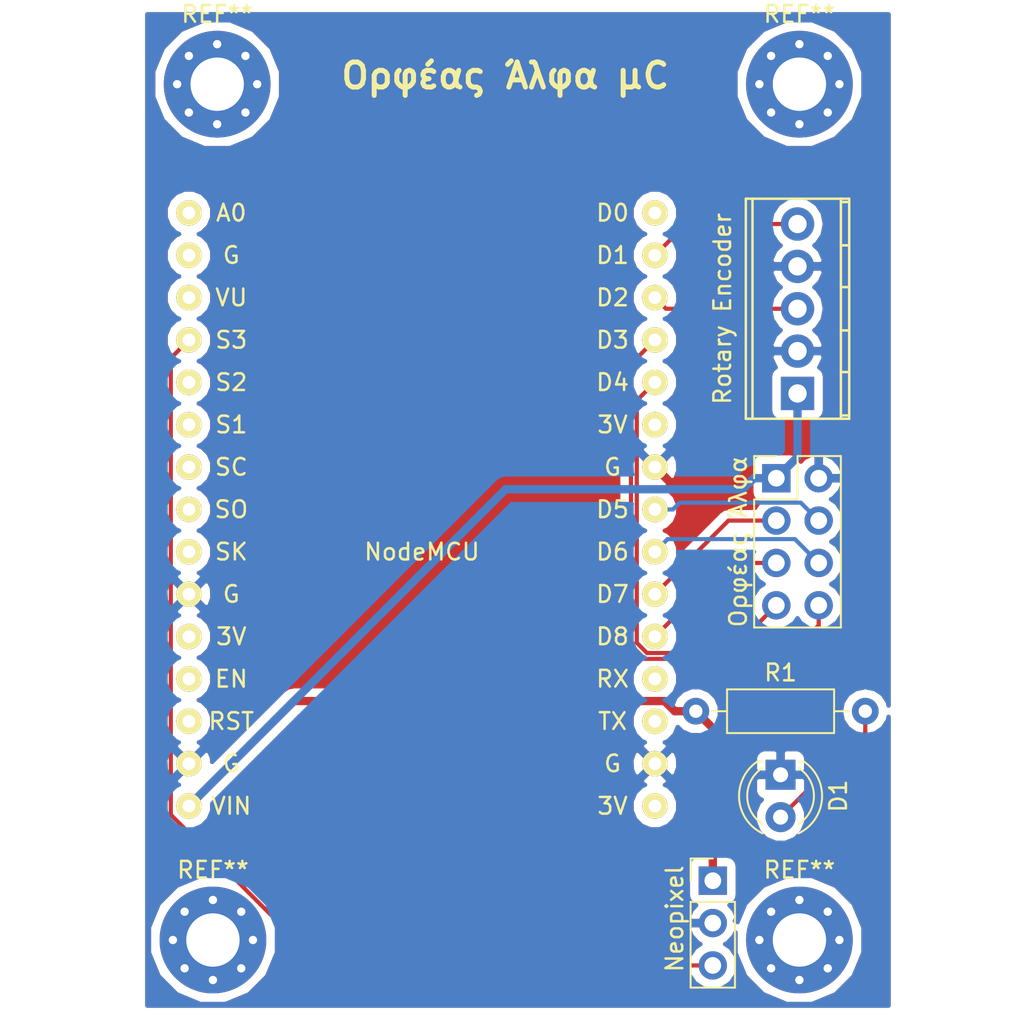
<source format=kicad_pcb>
(kicad_pcb (version 20170123) (host pcbnew "(2017-08-12 revision 0e41632)-master")

  (general
    (thickness 1.6)
    (drawings 5)
    (tracks 49)
    (zones 0)
    (modules 10)
    (nets 29)
  )

  (page A4)
  (layers
    (0 F.Cu signal)
    (31 B.Cu signal)
    (32 B.Adhes user)
    (33 F.Adhes user)
    (34 B.Paste user)
    (35 F.Paste user)
    (36 B.SilkS user)
    (37 F.SilkS user)
    (38 B.Mask user)
    (39 F.Mask user)
    (40 Dwgs.User user)
    (41 Cmts.User user)
    (42 Eco1.User user)
    (43 Eco2.User user)
    (44 Edge.Cuts user)
    (45 Margin user)
    (46 B.CrtYd user)
    (47 F.CrtYd user)
    (48 B.Fab user)
    (49 F.Fab user)
  )

  (setup
    (last_trace_width 0.25)
    (trace_clearance 0)
    (zone_clearance 0.508)
    (zone_45_only no)
    (trace_min 0.2)
    (segment_width 0.2)
    (edge_width 0.001)
    (via_size 0.8)
    (via_drill 0.4)
    (via_min_size 0.4)
    (via_min_drill 0.3)
    (uvia_size 0.3)
    (uvia_drill 0.1)
    (uvias_allowed no)
    (uvia_min_size 0.2)
    (uvia_min_drill 0.1)
    (pcb_text_width 0.3)
    (pcb_text_size 1.5 1.5)
    (mod_edge_width 0.15)
    (mod_text_size 1 1)
    (mod_text_width 0.15)
    (pad_size 1.524 1.524)
    (pad_drill 0.762)
    (pad_to_mask_clearance 0.2)
    (aux_axis_origin 0 0)
    (visible_elements FFFFFF7F)
    (pcbplotparams
      (layerselection 0x00030_ffffffff)
      (usegerberextensions false)
      (excludeedgelayer true)
      (linewidth 0.100000)
      (plotframeref false)
      (viasonmask false)
      (mode 1)
      (useauxorigin false)
      (hpglpennumber 1)
      (hpglpenspeed 20)
      (hpglpendiameter 15)
      (psnegative false)
      (psa4output false)
      (plotreference true)
      (plotvalue true)
      (plotinvisibletext false)
      (padsonsilk false)
      (subtractmaskfromsilk false)
      (outputformat 1)
      (mirror false)
      (drillshape 1)
      (scaleselection 1)
      (outputdirectory ""))
  )

  (net 0 "")
  (net 1 "Net-(D1-Pad2)")
  (net 2 GNDD)
  (net 3 Mute)
  (net 4 Zcen)
  (net 5 SDO)
  (net 6 CS)
  (net 7 CLK)
  (net 8 SDI)
  (net 9 VD)
  (net 10 ROT2)
  (net 11 ROT1)
  (net 12 "Net-(U1-Pad1)")
  (net 13 "Net-(U1-Pad2)")
  (net 14 "Net-(U1-Pad3)")
  (net 15 "Net-(U1-Pad5)")
  (net 16 "Net-(U1-Pad6)")
  (net 17 "Net-(U1-Pad7)")
  (net 18 "Net-(U1-Pad8)")
  (net 19 "Net-(U1-Pad9)")
  (net 20 "Net-(U1-Pad11)")
  (net 21 "Net-(U1-Pad12)")
  (net 22 "Net-(U1-Pad13)")
  (net 23 "Net-(U1-Pad16)")
  (net 24 "Net-(U1-Pad18)")
  (net 25 "Net-(U1-Pad19)")
  (net 26 "Net-(U1-Pad25)")
  (net 27 "Net-(U1-Pad30)")
  (net 28 NEO)

  (net_class Default "This is the default net class."
    (clearance 0)
    (trace_width 0.25)
    (via_dia 0.8)
    (via_drill 0.4)
    (uvia_dia 0.3)
    (uvia_drill 0.1)
    (add_net CLK)
    (add_net CS)
    (add_net Mute)
    (add_net NEO)
    (add_net "Net-(D1-Pad2)")
    (add_net "Net-(U1-Pad1)")
    (add_net "Net-(U1-Pad11)")
    (add_net "Net-(U1-Pad12)")
    (add_net "Net-(U1-Pad13)")
    (add_net "Net-(U1-Pad16)")
    (add_net "Net-(U1-Pad18)")
    (add_net "Net-(U1-Pad19)")
    (add_net "Net-(U1-Pad2)")
    (add_net "Net-(U1-Pad25)")
    (add_net "Net-(U1-Pad3)")
    (add_net "Net-(U1-Pad30)")
    (add_net "Net-(U1-Pad5)")
    (add_net "Net-(U1-Pad6)")
    (add_net "Net-(U1-Pad7)")
    (add_net "Net-(U1-Pad8)")
    (add_net "Net-(U1-Pad9)")
    (add_net ROT1)
    (add_net ROT2)
    (add_net SDI)
    (add_net SDO)
    (add_net Zcen)
  )

  (net_class pwr ""
    (clearance 0.2)
    (trace_width 0.5)
    (via_dia 0.8)
    (via_drill 0.4)
    (uvia_dia 0.3)
    (uvia_drill 0.1)
    (add_net GNDD)
    (add_net VD)
  )

  (module "node:NodeMCU1.0(12-E)" (layer F.Cu) (tedit 59BE6C22) (tstamp 59BDF98F)
    (at 127.339001 100.171001)
    (path /59BD7C17)
    (fp_text reference NodeMCU (at 0 0) (layer F.SilkS)
      (effects (font (size 1 1) (thickness 0.15)))
    )
    (fp_text value "NodeMCU1.0(ESP-12E)" (at 0 -29.21) (layer F.Fab)
      (effects (font (size 1 1) (thickness 0.15)))
    )
    (fp_text user D0 (at 11.43 -20.32) (layer F.SilkS)
      (effects (font (size 1 1) (thickness 0.15)))
    )
    (fp_text user D1 (at 11.43 -17.78) (layer F.SilkS)
      (effects (font (size 1 1) (thickness 0.15)))
    )
    (fp_text user D2 (at 11.43 -15.24) (layer F.SilkS)
      (effects (font (size 1 1) (thickness 0.15)))
    )
    (fp_text user D3 (at 11.43 -12.7) (layer F.SilkS)
      (effects (font (size 1 1) (thickness 0.15)))
    )
    (fp_text user D4 (at 11.43 -10.16) (layer F.SilkS)
      (effects (font (size 1 1) (thickness 0.15)))
    )
    (fp_text user 3V (at 11.43 -7.62) (layer F.SilkS)
      (effects (font (size 1 1) (thickness 0.15)))
    )
    (fp_text user G (at 11.43 -5.08) (layer F.SilkS)
      (effects (font (size 1 1) (thickness 0.15)))
    )
    (fp_text user D5 (at 11.43 -2.54) (layer F.SilkS)
      (effects (font (size 1 1) (thickness 0.15)))
    )
    (fp_text user D6 (at 11.43 0) (layer F.SilkS)
      (effects (font (size 1 1) (thickness 0.15)))
    )
    (fp_text user D7 (at 11.43 2.54) (layer F.SilkS)
      (effects (font (size 1 1) (thickness 0.15)))
    )
    (fp_text user D8 (at 11.43 5.08) (layer F.SilkS)
      (effects (font (size 1 1) (thickness 0.15)))
    )
    (fp_text user RX (at 11.43 7.62) (layer F.SilkS)
      (effects (font (size 1 1) (thickness 0.15)))
    )
    (fp_text user TX (at 11.43 10.16) (layer F.SilkS)
      (effects (font (size 1 1) (thickness 0.15)))
    )
    (fp_text user G (at 11.43 12.7) (layer F.SilkS)
      (effects (font (size 1 1) (thickness 0.15)))
    )
    (fp_text user 3V (at 11.43 15.24) (layer F.SilkS)
      (effects (font (size 1 1) (thickness 0.15)))
    )
    (fp_text user A0 (at -11.43 -20.32) (layer F.SilkS)
      (effects (font (size 1 1) (thickness 0.15)))
    )
    (fp_text user G (at -11.43 -17.78) (layer F.SilkS)
      (effects (font (size 1 1) (thickness 0.15)))
    )
    (fp_text user VU (at -11.43 -15.24) (layer F.SilkS)
      (effects (font (size 1 1) (thickness 0.15)))
    )
    (fp_text user S3 (at -11.43 -12.7) (layer F.SilkS)
      (effects (font (size 1 1) (thickness 0.15)))
    )
    (fp_text user S2 (at -11.43 -10.16) (layer F.SilkS)
      (effects (font (size 1 1) (thickness 0.15)))
    )
    (fp_text user S1 (at -11.43 -7.62) (layer F.SilkS)
      (effects (font (size 1 1) (thickness 0.15)))
    )
    (fp_text user SC (at -11.43 -5.08) (layer F.SilkS)
      (effects (font (size 1 1) (thickness 0.15)))
    )
    (fp_text user SO (at -11.43 -2.54) (layer F.SilkS)
      (effects (font (size 1 1) (thickness 0.15)))
    )
    (fp_text user SK (at -11.43 0) (layer F.SilkS)
      (effects (font (size 1 1) (thickness 0.15)))
    )
    (fp_text user G (at -11.43 2.54) (layer F.SilkS)
      (effects (font (size 1 1) (thickness 0.15)))
    )
    (fp_text user 3V (at -11.43 5.08) (layer F.SilkS)
      (effects (font (size 1 1) (thickness 0.15)))
    )
    (fp_text user EN (at -11.43 7.62) (layer F.SilkS)
      (effects (font (size 1 1) (thickness 0.15)))
    )
    (fp_text user RST (at -11.43 10.16) (layer F.SilkS)
      (effects (font (size 1 1) (thickness 0.15)))
    )
    (fp_text user G (at -11.43 12.7) (layer F.SilkS)
      (effects (font (size 1 1) (thickness 0.15)))
    )
    (fp_text user VIN (at -11.43 15.24) (layer F.SilkS)
      (effects (font (size 1 1) (thickness 0.15)))
    )
    (pad 30 thru_hole circle (at 13.97 -20.32) (size 1.524 1.524) (drill 0.762) (layers *.Cu *.Mask F.SilkS)
      (net 27 "Net-(U1-Pad30)"))
    (pad 29 thru_hole circle (at 13.97 -17.78) (size 1.524 1.524) (drill 0.762) (layers *.Cu *.Mask F.SilkS)
      (net 10 ROT2))
    (pad 28 thru_hole circle (at 13.97 -15.24) (size 1.524 1.524) (drill 0.762) (layers *.Cu *.Mask F.SilkS)
      (net 11 ROT1))
    (pad 27 thru_hole circle (at 13.97 -12.7) (size 1.524 1.524) (drill 0.762) (layers *.Cu *.Mask F.SilkS)
      (net 3 Mute))
    (pad 26 thru_hole circle (at 13.97 -10.16) (size 1.524 1.524) (drill 0.762) (layers *.Cu *.Mask F.SilkS)
      (net 4 Zcen))
    (pad 25 thru_hole circle (at 13.97 -7.62) (size 1.524 1.524) (drill 0.762) (layers *.Cu *.Mask F.SilkS)
      (net 26 "Net-(U1-Pad25)"))
    (pad 24 thru_hole circle (at 13.97 -5.08) (size 1.524 1.524) (drill 0.762) (layers *.Cu *.Mask F.SilkS)
      (net 2 GNDD))
    (pad 23 thru_hole circle (at 13.97 -2.54) (size 1.524 1.524) (drill 0.762) (layers *.Cu *.Mask F.SilkS)
      (net 7 CLK))
    (pad 22 thru_hole circle (at 13.97 0) (size 1.524 1.524) (drill 0.762) (layers *.Cu *.Mask F.SilkS)
      (net 5 SDO))
    (pad 21 thru_hole circle (at 13.97 2.54) (size 1.524 1.524) (drill 0.762) (layers *.Cu *.Mask F.SilkS)
      (net 8 SDI))
    (pad 20 thru_hole circle (at 13.97 5.08) (size 1.524 1.524) (drill 0.762) (layers *.Cu *.Mask F.SilkS)
      (net 6 CS))
    (pad 19 thru_hole circle (at 13.97 7.62) (size 1.524 1.524) (drill 0.762) (layers *.Cu *.Mask F.SilkS)
      (net 25 "Net-(U1-Pad19)"))
    (pad 18 thru_hole circle (at 13.97 10.16) (size 1.524 1.524) (drill 0.762) (layers *.Cu *.Mask F.SilkS)
      (net 24 "Net-(U1-Pad18)"))
    (pad 17 thru_hole circle (at 13.97 12.7) (size 1.524 1.524) (drill 0.762) (layers *.Cu *.Mask F.SilkS)
      (net 2 GNDD))
    (pad 16 thru_hole circle (at 13.97 15.24) (size 1.524 1.524) (drill 0.762) (layers *.Cu *.Mask F.SilkS)
      (net 23 "Net-(U1-Pad16)"))
    (pad 15 thru_hole circle (at -13.97 15.24) (size 1.524 1.524) (drill 0.762) (layers *.Cu *.Mask F.SilkS)
      (net 9 VD))
    (pad 14 thru_hole circle (at -13.97 12.7) (size 1.524 1.524) (drill 0.762) (layers *.Cu *.Mask F.SilkS)
      (net 2 GNDD))
    (pad 13 thru_hole circle (at -13.97 10.16) (size 1.524 1.524) (drill 0.762) (layers *.Cu *.Mask F.SilkS)
      (net 22 "Net-(U1-Pad13)"))
    (pad 12 thru_hole circle (at -13.97 7.62) (size 1.524 1.524) (drill 0.762) (layers *.Cu *.Mask F.SilkS)
      (net 21 "Net-(U1-Pad12)"))
    (pad 11 thru_hole circle (at -13.97 5.08) (size 1.524 1.524) (drill 0.762) (layers *.Cu *.Mask F.SilkS)
      (net 20 "Net-(U1-Pad11)"))
    (pad 10 thru_hole circle (at -13.97 2.54) (size 1.524 1.524) (drill 0.762) (layers *.Cu *.Mask F.SilkS)
      (net 2 GNDD))
    (pad 9 thru_hole circle (at -13.97 0) (size 1.524 1.524) (drill 0.762) (layers *.Cu *.Mask F.SilkS)
      (net 19 "Net-(U1-Pad9)"))
    (pad 8 thru_hole circle (at -13.97 -2.54) (size 1.524 1.524) (drill 0.762) (layers *.Cu *.Mask F.SilkS)
      (net 18 "Net-(U1-Pad8)"))
    (pad 7 thru_hole circle (at -13.97 -5.08) (size 1.524 1.524) (drill 0.762) (layers *.Cu *.Mask F.SilkS)
      (net 17 "Net-(U1-Pad7)"))
    (pad 6 thru_hole circle (at -13.97 -7.62) (size 1.524 1.524) (drill 0.762) (layers *.Cu *.Mask F.SilkS)
      (net 16 "Net-(U1-Pad6)"))
    (pad 5 thru_hole circle (at -13.97 -10.16) (size 1.524 1.524) (drill 0.762) (layers *.Cu *.Mask F.SilkS)
      (net 15 "Net-(U1-Pad5)"))
    (pad 4 thru_hole circle (at -13.97 -12.7) (size 1.524 1.524) (drill 0.762) (layers *.Cu *.Mask F.SilkS)
      (net 28 NEO))
    (pad 3 thru_hole circle (at -13.97 -15.24) (size 1.524 1.524) (drill 0.762) (layers *.Cu *.Mask F.SilkS)
      (net 14 "Net-(U1-Pad3)"))
    (pad 2 thru_hole circle (at -13.97 -17.78) (size 1.524 1.524) (drill 0.762) (layers *.Cu *.Mask F.SilkS)
      (net 13 "Net-(U1-Pad2)"))
    (pad 1 thru_hole circle (at -13.97 -20.32) (size 1.524 1.524) (drill 0.762) (layers *.Cu *.Mask F.SilkS)
      (net 12 "Net-(U1-Pad1)"))
  )

  (module Mounting_Holes:MountingHole_3.2mm_M3_Pad_Via (layer F.Cu) (tedit 56DDBCCA) (tstamp 59BE3543)
    (at 114.808 123.444)
    (descr "Mounting Hole 3.2mm, M3")
    (tags "mounting hole 3.2mm m3")
    (fp_text reference REF** (at 0 -4.2) (layer F.SilkS)
      (effects (font (size 1 1) (thickness 0.15)))
    )
    (fp_text value MountingHole_3.2mm_M3_Pad_Via (at 0 4.2) (layer F.Fab)
      (effects (font (size 1 1) (thickness 0.15)))
    )
    (fp_circle (center 0 0) (end 3.45 0) (layer F.CrtYd) (width 0.05))
    (fp_circle (center 0 0) (end 3.2 0) (layer Cmts.User) (width 0.15))
    (pad "" thru_hole circle (at 1.697056 -1.697056) (size 0.6 0.6) (drill 0.5) (layers *.Cu *.Mask))
    (pad "" thru_hole circle (at 0 -2.4) (size 0.6 0.6) (drill 0.5) (layers *.Cu *.Mask))
    (pad "" thru_hole circle (at -1.697056 -1.697056) (size 0.6 0.6) (drill 0.5) (layers *.Cu *.Mask))
    (pad "" thru_hole circle (at -2.4 0) (size 0.6 0.6) (drill 0.5) (layers *.Cu *.Mask))
    (pad "" thru_hole circle (at -1.697056 1.697056) (size 0.6 0.6) (drill 0.5) (layers *.Cu *.Mask))
    (pad "" thru_hole circle (at 0 2.4) (size 0.6 0.6) (drill 0.5) (layers *.Cu *.Mask))
    (pad "" thru_hole circle (at 1.697056 1.697056) (size 0.6 0.6) (drill 0.5) (layers *.Cu *.Mask))
    (pad "" thru_hole circle (at 2.4 0) (size 0.6 0.6) (drill 0.5) (layers *.Cu *.Mask))
    (pad 1 thru_hole circle (at 0 0) (size 6.4 6.4) (drill 3.2) (layers *.Cu *.Mask))
  )

  (module Mounting_Holes:MountingHole_3.2mm_M3_Pad_Via (layer F.Cu) (tedit 56DDBCCA) (tstamp 59BE3527)
    (at 149.974 123.444)
    (descr "Mounting Hole 3.2mm, M3")
    (tags "mounting hole 3.2mm m3")
    (fp_text reference REF** (at 0 -4.2) (layer F.SilkS)
      (effects (font (size 1 1) (thickness 0.15)))
    )
    (fp_text value MountingHole_3.2mm_M3_Pad_Via (at 0 4.2) (layer F.Fab)
      (effects (font (size 1 1) (thickness 0.15)))
    )
    (fp_circle (center 0 0) (end 3.2 0) (layer Cmts.User) (width 0.15))
    (fp_circle (center 0 0) (end 3.45 0) (layer F.CrtYd) (width 0.05))
    (pad 1 thru_hole circle (at 0 0) (size 6.4 6.4) (drill 3.2) (layers *.Cu *.Mask))
    (pad "" thru_hole circle (at 2.4 0) (size 0.6 0.6) (drill 0.5) (layers *.Cu *.Mask))
    (pad "" thru_hole circle (at 1.697056 1.697056) (size 0.6 0.6) (drill 0.5) (layers *.Cu *.Mask))
    (pad "" thru_hole circle (at 0 2.4) (size 0.6 0.6) (drill 0.5) (layers *.Cu *.Mask))
    (pad "" thru_hole circle (at -1.697056 1.697056) (size 0.6 0.6) (drill 0.5) (layers *.Cu *.Mask))
    (pad "" thru_hole circle (at -2.4 0) (size 0.6 0.6) (drill 0.5) (layers *.Cu *.Mask))
    (pad "" thru_hole circle (at -1.697056 -1.697056) (size 0.6 0.6) (drill 0.5) (layers *.Cu *.Mask))
    (pad "" thru_hole circle (at 0 -2.4) (size 0.6 0.6) (drill 0.5) (layers *.Cu *.Mask))
    (pad "" thru_hole circle (at 1.697056 -1.697056) (size 0.6 0.6) (drill 0.5) (layers *.Cu *.Mask))
  )

  (module Mounting_Holes:MountingHole_3.2mm_M3_Pad_Via (layer F.Cu) (tedit 56DDBCCA) (tstamp 59BE350B)
    (at 149.974 72.136)
    (descr "Mounting Hole 3.2mm, M3")
    (tags "mounting hole 3.2mm m3")
    (fp_text reference REF** (at 0 -4.2) (layer F.SilkS)
      (effects (font (size 1 1) (thickness 0.15)))
    )
    (fp_text value MountingHole_3.2mm_M3_Pad_Via (at 0 4.2) (layer F.Fab)
      (effects (font (size 1 1) (thickness 0.15)))
    )
    (fp_circle (center 0 0) (end 3.45 0) (layer F.CrtYd) (width 0.05))
    (fp_circle (center 0 0) (end 3.2 0) (layer Cmts.User) (width 0.15))
    (pad "" thru_hole circle (at 1.697056 -1.697056) (size 0.6 0.6) (drill 0.5) (layers *.Cu *.Mask))
    (pad "" thru_hole circle (at 0 -2.4) (size 0.6 0.6) (drill 0.5) (layers *.Cu *.Mask))
    (pad "" thru_hole circle (at -1.697056 -1.697056) (size 0.6 0.6) (drill 0.5) (layers *.Cu *.Mask))
    (pad "" thru_hole circle (at -2.4 0) (size 0.6 0.6) (drill 0.5) (layers *.Cu *.Mask))
    (pad "" thru_hole circle (at -1.697056 1.697056) (size 0.6 0.6) (drill 0.5) (layers *.Cu *.Mask))
    (pad "" thru_hole circle (at 0 2.4) (size 0.6 0.6) (drill 0.5) (layers *.Cu *.Mask))
    (pad "" thru_hole circle (at 1.697056 1.697056) (size 0.6 0.6) (drill 0.5) (layers *.Cu *.Mask))
    (pad "" thru_hole circle (at 2.4 0) (size 0.6 0.6) (drill 0.5) (layers *.Cu *.Mask))
    (pad 1 thru_hole circle (at 0 0) (size 6.4 6.4) (drill 3.2) (layers *.Cu *.Mask))
  )

  (module Mounting_Holes:MountingHole_3.2mm_M3_Pad_Via (layer F.Cu) (tedit 56DDBCCA) (tstamp 59BE34EA)
    (at 115.062 72.136)
    (descr "Mounting Hole 3.2mm, M3")
    (tags "mounting hole 3.2mm m3")
    (fp_text reference REF** (at 0 -4.2) (layer F.SilkS)
      (effects (font (size 1 1) (thickness 0.15)))
    )
    (fp_text value MountingHole_3.2mm_M3_Pad_Via (at 0 4.2) (layer F.Fab)
      (effects (font (size 1 1) (thickness 0.15)))
    )
    (fp_circle (center 0 0) (end 3.2 0) (layer Cmts.User) (width 0.15))
    (fp_circle (center 0 0) (end 3.45 0) (layer F.CrtYd) (width 0.05))
    (pad 1 thru_hole circle (at 0 0) (size 6.4 6.4) (drill 3.2) (layers *.Cu *.Mask))
    (pad "" thru_hole circle (at 2.4 0) (size 0.6 0.6) (drill 0.5) (layers *.Cu *.Mask))
    (pad "" thru_hole circle (at 1.697056 1.697056) (size 0.6 0.6) (drill 0.5) (layers *.Cu *.Mask))
    (pad "" thru_hole circle (at 0 2.4) (size 0.6 0.6) (drill 0.5) (layers *.Cu *.Mask))
    (pad "" thru_hole circle (at -1.697056 1.697056) (size 0.6 0.6) (drill 0.5) (layers *.Cu *.Mask))
    (pad "" thru_hole circle (at -2.4 0) (size 0.6 0.6) (drill 0.5) (layers *.Cu *.Mask))
    (pad "" thru_hole circle (at -1.697056 -1.697056) (size 0.6 0.6) (drill 0.5) (layers *.Cu *.Mask))
    (pad "" thru_hole circle (at 0 -2.4) (size 0.6 0.6) (drill 0.5) (layers *.Cu *.Mask))
    (pad "" thru_hole circle (at 1.697056 -1.697056) (size 0.6 0.6) (drill 0.5) (layers *.Cu *.Mask))
  )

  (module Pin_Headers:Pin_Header_Straight_2x04_Pitch2.54mm (layer F.Cu) (tedit 59BE6BBF) (tstamp 59BDF91C)
    (at 148.59 95.758)
    (descr "Through hole straight pin header, 2x04, 2.54mm pitch, double rows")
    (tags "Through hole pin header THT 2x04 2.54mm double row")
    (path /59BD7D4C)
    (fp_text reference "Ορφέας Άλφα" (at -2.286 3.81 90) (layer F.SilkS)
      (effects (font (size 1 1) (thickness 0.15)))
    )
    (fp_text value CONN_02X04 (at 1.27 9.95) (layer F.Fab)
      (effects (font (size 1 1) (thickness 0.15)))
    )
    (fp_text user %R (at 1.27 3.81 90) (layer F.Fab)
      (effects (font (size 1 1) (thickness 0.15)))
    )
    (fp_line (start 4.35 -1.8) (end -1.8 -1.8) (layer F.CrtYd) (width 0.05))
    (fp_line (start 4.35 9.4) (end 4.35 -1.8) (layer F.CrtYd) (width 0.05))
    (fp_line (start -1.8 9.4) (end 4.35 9.4) (layer F.CrtYd) (width 0.05))
    (fp_line (start -1.8 -1.8) (end -1.8 9.4) (layer F.CrtYd) (width 0.05))
    (fp_line (start -1.33 -1.33) (end 0 -1.33) (layer F.SilkS) (width 0.12))
    (fp_line (start -1.33 0) (end -1.33 -1.33) (layer F.SilkS) (width 0.12))
    (fp_line (start 1.27 -1.33) (end 3.87 -1.33) (layer F.SilkS) (width 0.12))
    (fp_line (start 1.27 1.27) (end 1.27 -1.33) (layer F.SilkS) (width 0.12))
    (fp_line (start -1.33 1.27) (end 1.27 1.27) (layer F.SilkS) (width 0.12))
    (fp_line (start 3.87 -1.33) (end 3.87 8.95) (layer F.SilkS) (width 0.12))
    (fp_line (start -1.33 1.27) (end -1.33 8.95) (layer F.SilkS) (width 0.12))
    (fp_line (start -1.33 8.95) (end 3.87 8.95) (layer F.SilkS) (width 0.12))
    (fp_line (start -1.27 0) (end 0 -1.27) (layer F.Fab) (width 0.1))
    (fp_line (start -1.27 8.89) (end -1.27 0) (layer F.Fab) (width 0.1))
    (fp_line (start 3.81 8.89) (end -1.27 8.89) (layer F.Fab) (width 0.1))
    (fp_line (start 3.81 -1.27) (end 3.81 8.89) (layer F.Fab) (width 0.1))
    (fp_line (start 0 -1.27) (end 3.81 -1.27) (layer F.Fab) (width 0.1))
    (pad 8 thru_hole oval (at 2.54 7.62) (size 1.7 1.7) (drill 1) (layers *.Cu *.Mask)
      (net 3 Mute))
    (pad 7 thru_hole oval (at 0 7.62) (size 1.7 1.7) (drill 1) (layers *.Cu *.Mask)
      (net 4 Zcen))
    (pad 6 thru_hole oval (at 2.54 5.08) (size 1.7 1.7) (drill 1) (layers *.Cu *.Mask)
      (net 5 SDO))
    (pad 5 thru_hole oval (at 0 5.08) (size 1.7 1.7) (drill 1) (layers *.Cu *.Mask)
      (net 6 CS))
    (pad 4 thru_hole oval (at 2.54 2.54) (size 1.7 1.7) (drill 1) (layers *.Cu *.Mask)
      (net 7 CLK))
    (pad 3 thru_hole oval (at 0 2.54) (size 1.7 1.7) (drill 1) (layers *.Cu *.Mask)
      (net 8 SDI))
    (pad 2 thru_hole oval (at 2.54 0) (size 1.7 1.7) (drill 1) (layers *.Cu *.Mask)
      (net 2 GNDD))
    (pad 1 thru_hole rect (at 0 0) (size 1.7 1.7) (drill 1) (layers *.Cu *.Mask)
      (net 9 VD))
    (model ${KISYS3DMOD}/Pin_Headers.3dshapes/Pin_Header_Straight_2x04_Pitch2.54mm.wrl
      (at (xyz 0 0 0))
      (scale (xyz 1 1 1))
      (rotate (xyz 0 0 0))
    )
  )

  (module Connectors_Terminal_Blocks:TerminalBlock_Pheonix_MPT-2.54mm_5pol (layer F.Cu) (tedit 59BE6BAA) (tstamp 59BDF935)
    (at 149.86 90.678 90)
    (descr "5-way 2.54mm pitch terminal block, Phoenix MPT series")
    (path /59BD86A0)
    (fp_text reference "Rotary Encoder" (at 5.08 -4.50088 90) (layer F.SilkS)
      (effects (font (size 1 1) (thickness 0.15)))
    )
    (fp_text value Screw_Terminal_1x05 (at 5.08 4.50088 90) (layer F.Fab)
      (effects (font (size 1 1) (thickness 0.15)))
    )
    (fp_line (start -1.51638 -3.0988) (end -1.51638 3.0988) (layer F.SilkS) (width 0.15))
    (fp_line (start 11.67638 3.0988) (end 11.67638 -3.0988) (layer F.SilkS) (width 0.15))
    (fp_line (start 1.2827 3.0988) (end 1.2827 2.60096) (layer F.SilkS) (width 0.15))
    (fp_line (start 11.47826 2.60096) (end 11.47826 3.0988) (layer F.SilkS) (width 0.15))
    (fp_line (start -1.31826 3.0988) (end -1.31826 2.60096) (layer F.SilkS) (width 0.15))
    (fp_line (start 3.77952 2.60096) (end 3.77952 3.0988) (layer F.SilkS) (width 0.15))
    (fp_line (start 6.37794 2.60096) (end 6.37794 3.0988) (layer F.SilkS) (width 0.15))
    (fp_line (start 11.67892 -3.0988) (end -1.51892 -3.0988) (layer F.SilkS) (width 0.15))
    (fp_line (start -1.51892 -2.70002) (end 11.67892 -2.70002) (layer F.SilkS) (width 0.15))
    (fp_line (start -1.51892 2.60096) (end 11.67892 2.60096) (layer F.SilkS) (width 0.15))
    (fp_line (start 11.67892 3.0988) (end -1.51892 3.0988) (layer F.SilkS) (width 0.15))
    (fp_line (start 8.87984 2.60096) (end 8.87984 3.0988) (layer F.SilkS) (width 0.15))
    (fp_line (start 11.938 -3.302) (end 11.938 3.302) (layer F.CrtYd) (width 0.05))
    (fp_line (start 11.938 3.302) (end -1.778 3.302) (layer F.CrtYd) (width 0.05))
    (fp_line (start -1.778 3.302) (end -1.778 -3.302) (layer F.CrtYd) (width 0.05))
    (fp_line (start -1.778 -3.302) (end 11.938 -3.302) (layer F.CrtYd) (width 0.05))
    (pad 5 thru_hole oval (at 10.16 0 270) (size 1.99898 1.99898) (drill 1.09728) (layers *.Cu *.Mask)
      (net 10 ROT2))
    (pad 3 thru_hole oval (at 5.08 0 270) (size 1.99898 1.99898) (drill 1.09728) (layers *.Cu *.Mask)
      (net 11 ROT1))
    (pad 2 thru_hole oval (at 2.54 0 270) (size 1.99898 1.99898) (drill 1.09728) (layers *.Cu *.Mask)
      (net 2 GNDD))
    (pad 1 thru_hole rect (at 0 0 270) (size 1.99898 1.99898) (drill 1.09728) (layers *.Cu *.Mask)
      (net 9 VD))
    (pad 4 thru_hole oval (at 7.62 0 270) (size 1.99898 1.99898) (drill 1.09728) (layers *.Cu *.Mask)
      (net 2 GNDD))
    (model Terminal_Blocks.3dshapes/TerminalBlock_Pheonix_MPT-2.54mm_5pol.wrl
      (at (xyz 0.2 0 0))
      (scale (xyz 1 1 1))
      (rotate (xyz 0 0 0))
    )
  )

  (module LEDs:LED_D4.0mm (layer F.Cu) (tedit 587A3A7B) (tstamp 59BE1CF9)
    (at 148.844 113.538 270)
    (descr "LED, diameter 4.0mm, 2 pins, http://www.kingbright.com/attachments/file/psearch/000/00/00/L-43GD(Ver.12B).pdf")
    (tags "LED diameter 4.0mm 2 pins")
    (path /59BD818E)
    (fp_text reference D1 (at 1.27 -3.46 270) (layer F.SilkS)
      (effects (font (size 1 1) (thickness 0.15)))
    )
    (fp_text value LED (at 1.27 3.46 270) (layer F.Fab)
      (effects (font (size 1 1) (thickness 0.15)))
    )
    (fp_line (start 4 -2.75) (end -1.45 -2.75) (layer F.CrtYd) (width 0.05))
    (fp_line (start 4 2.75) (end 4 -2.75) (layer F.CrtYd) (width 0.05))
    (fp_line (start -1.45 2.75) (end 4 2.75) (layer F.CrtYd) (width 0.05))
    (fp_line (start -1.45 -2.75) (end -1.45 2.75) (layer F.CrtYd) (width 0.05))
    (fp_line (start -0.79 1.08) (end -0.79 1.399) (layer F.SilkS) (width 0.12))
    (fp_line (start -0.79 -1.399) (end -0.79 -1.08) (layer F.SilkS) (width 0.12))
    (fp_line (start -0.73 -1.32665) (end -0.73 1.32665) (layer F.Fab) (width 0.1))
    (fp_circle (center 1.27 0) (end 3.27 0) (layer F.Fab) (width 0.1))
    (fp_arc (start 1.27 0) (end -0.41333 1.08) (angle -114.6) (layer F.SilkS) (width 0.12))
    (fp_arc (start 1.27 0) (end -0.41333 -1.08) (angle 114.6) (layer F.SilkS) (width 0.12))
    (fp_arc (start 1.27 0) (end -0.79 1.398749) (angle -120.1) (layer F.SilkS) (width 0.12))
    (fp_arc (start 1.27 0) (end -0.79 -1.398749) (angle 120.1) (layer F.SilkS) (width 0.12))
    (fp_arc (start 1.27 0) (end -0.73 -1.32665) (angle 292.9) (layer F.Fab) (width 0.1))
    (pad 2 thru_hole circle (at 2.54 0 270) (size 1.8 1.8) (drill 0.9) (layers *.Cu *.Mask)
      (net 1 "Net-(D1-Pad2)"))
    (pad 1 thru_hole rect (at 0 0 270) (size 1.8 1.8) (drill 0.9) (layers *.Cu *.Mask)
      (net 2 GNDD))
    (model ${KISYS3DMOD}/LEDs.3dshapes/LED_D4.0mm.wrl
      (at (xyz 0 0 0))
      (scale (xyz 0.393701 0.393701 0.393701))
      (rotate (xyz 0 0 0))
    )
  )

  (module Resistors_THT:R_Axial_DIN0207_L6.3mm_D2.5mm_P10.16mm_Horizontal (layer F.Cu) (tedit 5874F706) (tstamp 59BE1D0F)
    (at 143.764 109.728)
    (descr "Resistor, Axial_DIN0207 series, Axial, Horizontal, pin pitch=10.16mm, 0.25W = 1/4W, length*diameter=6.3*2.5mm^2, http://cdn-reichelt.de/documents/datenblatt/B400/1_4W%23YAG.pdf")
    (tags "Resistor Axial_DIN0207 series Axial Horizontal pin pitch 10.16mm 0.25W = 1/4W length 6.3mm diameter 2.5mm")
    (path /59BD8132)
    (fp_text reference R1 (at 5.08 -2.31) (layer F.SilkS)
      (effects (font (size 1 1) (thickness 0.15)))
    )
    (fp_text value R (at 5.08 2.31) (layer F.Fab)
      (effects (font (size 1 1) (thickness 0.15)))
    )
    (fp_line (start 11.25 -1.6) (end -1.05 -1.6) (layer F.CrtYd) (width 0.05))
    (fp_line (start 11.25 1.6) (end 11.25 -1.6) (layer F.CrtYd) (width 0.05))
    (fp_line (start -1.05 1.6) (end 11.25 1.6) (layer F.CrtYd) (width 0.05))
    (fp_line (start -1.05 -1.6) (end -1.05 1.6) (layer F.CrtYd) (width 0.05))
    (fp_line (start 9.18 0) (end 8.29 0) (layer F.SilkS) (width 0.12))
    (fp_line (start 0.98 0) (end 1.87 0) (layer F.SilkS) (width 0.12))
    (fp_line (start 8.29 -1.31) (end 1.87 -1.31) (layer F.SilkS) (width 0.12))
    (fp_line (start 8.29 1.31) (end 8.29 -1.31) (layer F.SilkS) (width 0.12))
    (fp_line (start 1.87 1.31) (end 8.29 1.31) (layer F.SilkS) (width 0.12))
    (fp_line (start 1.87 -1.31) (end 1.87 1.31) (layer F.SilkS) (width 0.12))
    (fp_line (start 10.16 0) (end 8.23 0) (layer F.Fab) (width 0.1))
    (fp_line (start 0 0) (end 1.93 0) (layer F.Fab) (width 0.1))
    (fp_line (start 8.23 -1.25) (end 1.93 -1.25) (layer F.Fab) (width 0.1))
    (fp_line (start 8.23 1.25) (end 8.23 -1.25) (layer F.Fab) (width 0.1))
    (fp_line (start 1.93 1.25) (end 8.23 1.25) (layer F.Fab) (width 0.1))
    (fp_line (start 1.93 -1.25) (end 1.93 1.25) (layer F.Fab) (width 0.1))
    (pad 2 thru_hole oval (at 10.16 0) (size 1.6 1.6) (drill 0.8) (layers *.Cu *.Mask)
      (net 1 "Net-(D1-Pad2)"))
    (pad 1 thru_hole circle (at 0 0) (size 1.6 1.6) (drill 0.8) (layers *.Cu *.Mask)
      (net 9 VD))
    (model ${KISYS3DMOD}/Resistors_THT.3dshapes/R_Axial_DIN0207_L6.3mm_D2.5mm_P10.16mm_Horizontal.wrl
      (at (xyz 0 0 0))
      (scale (xyz 0.393701 0.393701 0.393701))
      (rotate (xyz 0 0 0))
    )
  )

  (module Pin_Headers:Pin_Header_Straight_1x03_Pitch2.54mm (layer F.Cu) (tedit 59BE6BDA) (tstamp 59BEABE9)
    (at 144.78 119.888)
    (descr "Through hole straight pin header, 1x03, 2.54mm pitch, single row")
    (tags "Through hole pin header THT 1x03 2.54mm single row")
    (path /59BE6A6E)
    (fp_text reference Neopixel (at -2.286 2.286 90) (layer F.SilkS)
      (effects (font (size 1 1) (thickness 0.15)))
    )
    (fp_text value CONN_01X03_MALE (at 0 7.41) (layer F.Fab)
      (effects (font (size 1 1) (thickness 0.15)))
    )
    (fp_text user %R (at 0 2.54 90) (layer F.Fab)
      (effects (font (size 1 1) (thickness 0.15)))
    )
    (fp_line (start 1.8 -1.8) (end -1.8 -1.8) (layer F.CrtYd) (width 0.05))
    (fp_line (start 1.8 6.85) (end 1.8 -1.8) (layer F.CrtYd) (width 0.05))
    (fp_line (start -1.8 6.85) (end 1.8 6.85) (layer F.CrtYd) (width 0.05))
    (fp_line (start -1.8 -1.8) (end -1.8 6.85) (layer F.CrtYd) (width 0.05))
    (fp_line (start -1.33 -1.33) (end 0 -1.33) (layer F.SilkS) (width 0.12))
    (fp_line (start -1.33 0) (end -1.33 -1.33) (layer F.SilkS) (width 0.12))
    (fp_line (start -1.33 1.27) (end 1.33 1.27) (layer F.SilkS) (width 0.12))
    (fp_line (start 1.33 1.27) (end 1.33 6.41) (layer F.SilkS) (width 0.12))
    (fp_line (start -1.33 1.27) (end -1.33 6.41) (layer F.SilkS) (width 0.12))
    (fp_line (start -1.33 6.41) (end 1.33 6.41) (layer F.SilkS) (width 0.12))
    (fp_line (start -1.27 -0.635) (end -0.635 -1.27) (layer F.Fab) (width 0.1))
    (fp_line (start -1.27 6.35) (end -1.27 -0.635) (layer F.Fab) (width 0.1))
    (fp_line (start 1.27 6.35) (end -1.27 6.35) (layer F.Fab) (width 0.1))
    (fp_line (start 1.27 -1.27) (end 1.27 6.35) (layer F.Fab) (width 0.1))
    (fp_line (start -0.635 -1.27) (end 1.27 -1.27) (layer F.Fab) (width 0.1))
    (pad 3 thru_hole oval (at 0 5.08) (size 1.7 1.7) (drill 1) (layers *.Cu *.Mask)
      (net 28 NEO))
    (pad 2 thru_hole oval (at 0 2.54) (size 1.7 1.7) (drill 1) (layers *.Cu *.Mask)
      (net 2 GNDD))
    (pad 1 thru_hole rect (at 0 0) (size 1.7 1.7) (drill 1) (layers *.Cu *.Mask)
      (net 9 VD))
    (model ${KISYS3DMOD}/Pin_Headers.3dshapes/Pin_Header_Straight_1x03_Pitch2.54mm.wrl
      (at (xyz 0 0 0))
      (scale (xyz 1 1 1))
      (rotate (xyz 0 0 0))
    )
  )

  (gr_text "Ορφέας Άλφα μC" (at 132.334 71.628) (layer F.SilkS)
    (effects (font (size 1.5 1.5) (thickness 0.3)))
  )
  (gr_line (start 110.236 128.016) (end 110.236 67.31) (layer Edge.Cuts) (width 0.001))
  (gr_line (start 155.956 128.016) (end 110.236 128.016) (layer Edge.Cuts) (width 0.001))
  (gr_line (start 155.956 67.31) (end 155.956 128.016) (layer Edge.Cuts) (width 0.001))
  (gr_line (start 110.236 67.31) (end 155.956 67.31) (layer Edge.Cuts) (width 0.001))

  (segment (start 148.844 116.078) (end 153.924 110.998) (width 0.25) (layer F.Cu) (net 1))
  (segment (start 153.924 110.998) (end 153.924 109.728) (width 0.25) (layer F.Cu) (net 1))
  (segment (start 151.13 103.378) (end 151.13 104.580081) (width 0.25) (layer F.Cu) (net 3))
  (segment (start 151.13 104.580081) (end 149.122069 106.588012) (width 0.25) (layer F.Cu) (net 3))
  (segment (start 149.122069 106.588012) (end 140.690262 106.588012) (width 0.25) (layer F.Cu) (net 3))
  (segment (start 140.690262 106.588012) (end 139.87199 105.76974) (width 0.25) (layer F.Cu) (net 3))
  (segment (start 139.87199 105.76974) (end 139.87199 88.908012) (width 0.25) (layer F.Cu) (net 3))
  (segment (start 139.87199 88.908012) (end 140.547002 88.233) (width 0.25) (layer F.Cu) (net 3))
  (segment (start 140.547002 88.233) (end 141.309001 87.471001) (width 0.25) (layer F.Cu) (net 3))
  (segment (start 148.59 103.378) (end 145.729998 106.238002) (width 0.25) (layer F.Cu) (net 4))
  (segment (start 145.729998 106.238002) (end 140.83524 106.238002) (width 0.25) (layer F.Cu) (net 4))
  (segment (start 140.83524 106.238002) (end 140.222 105.624762) (width 0.25) (layer F.Cu) (net 4))
  (segment (start 140.222 105.624762) (end 140.222 91.098002) (width 0.25) (layer F.Cu) (net 4))
  (segment (start 140.222 91.098002) (end 140.547002 90.773) (width 0.25) (layer F.Cu) (net 4))
  (segment (start 140.547002 90.773) (end 141.309001 90.011001) (width 0.25) (layer F.Cu) (net 4))
  (segment (start 151.13 100.838) (end 149.701002 99.409002) (width 0.25) (layer B.Cu) (net 5))
  (segment (start 149.701002 99.409002) (end 142.071 99.409002) (width 0.25) (layer B.Cu) (net 5))
  (segment (start 142.071 99.409002) (end 141.309001 100.171001) (width 0.25) (layer B.Cu) (net 5))
  (segment (start 148.59 100.838) (end 145.722002 100.838) (width 0.25) (layer F.Cu) (net 6))
  (segment (start 145.722002 100.838) (end 141.309001 105.251001) (width 0.25) (layer F.Cu) (net 6))
  (segment (start 151.13 98.298) (end 150.054999 97.222999) (width 0.25) (layer B.Cu) (net 7))
  (segment (start 150.054999 97.222999) (end 142.794633 97.222999) (width 0.25) (layer B.Cu) (net 7))
  (segment (start 142.794633 97.222999) (end 142.386631 97.631001) (width 0.25) (layer B.Cu) (net 7))
  (segment (start 142.386631 97.631001) (end 141.309001 97.631001) (width 0.25) (layer B.Cu) (net 7))
  (segment (start 148.59 98.298) (end 145.722002 98.298) (width 0.25) (layer F.Cu) (net 8))
  (segment (start 145.722002 98.298) (end 141.309001 102.711001) (width 0.25) (layer F.Cu) (net 8))
  (segment (start 144.78 119.888) (end 144.78 110.744) (width 0.5) (layer F.Cu) (net 9))
  (segment (start 144.78 110.744) (end 143.764 109.728) (width 0.5) (layer F.Cu) (net 9))
  (segment (start 143.764 109.728) (end 142.499762 109.728) (width 0.5) (layer F.Cu) (net 9))
  (segment (start 142.499762 109.728) (end 141.890762 109.119) (width 0.5) (layer F.Cu) (net 9))
  (segment (start 141.890762 109.119) (end 119.661002 109.119) (width 0.5) (layer F.Cu) (net 9))
  (segment (start 119.661002 109.119) (end 114.131 114.649002) (width 0.5) (layer F.Cu) (net 9))
  (segment (start 114.131 114.649002) (end 113.369001 115.411001) (width 0.5) (layer F.Cu) (net 9))
  (segment (start 148.59 95.758) (end 147.24 95.758) (width 0.5) (layer B.Cu) (net 9))
  (segment (start 147.24 95.758) (end 146.579 96.419) (width 0.5) (layer B.Cu) (net 9))
  (segment (start 132.361002 96.419) (end 114.131 114.649002) (width 0.5) (layer B.Cu) (net 9))
  (segment (start 146.579 96.419) (end 132.361002 96.419) (width 0.5) (layer B.Cu) (net 9))
  (segment (start 114.131 114.649002) (end 113.369001 115.411001) (width 0.5) (layer B.Cu) (net 9))
  (segment (start 149.86 90.678) (end 149.86 94.488) (width 0.5) (layer B.Cu) (net 9))
  (segment (start 149.86 94.488) (end 148.59 95.758) (width 0.5) (layer B.Cu) (net 9))
  (segment (start 149.86 80.518) (end 143.182002 80.518) (width 0.25) (layer F.Cu) (net 10))
  (segment (start 143.182002 80.518) (end 141.309001 82.391001) (width 0.25) (layer F.Cu) (net 10))
  (segment (start 149.86 85.598) (end 141.976 85.598) (width 0.25) (layer F.Cu) (net 11))
  (segment (start 141.976 85.598) (end 141.309001 84.931001) (width 0.25) (layer F.Cu) (net 11))
  (segment (start 144.78 124.968) (end 121.317238 124.968) (width 0.25) (layer F.Cu) (net 28))
  (segment (start 112.282 88.558002) (end 112.607002 88.233) (width 0.25) (layer F.Cu) (net 28))
  (segment (start 121.317238 124.968) (end 112.282 115.932762) (width 0.25) (layer F.Cu) (net 28))
  (segment (start 112.607002 88.233) (end 113.369001 87.471001) (width 0.25) (layer F.Cu) (net 28))
  (segment (start 112.282 115.932762) (end 112.282 88.558002) (width 0.25) (layer F.Cu) (net 28))

  (zone (net 2) (net_name GNDD) (layer F.Cu) (tstamp 0) (hatch edge 0.508)
    (connect_pads (clearance 0.508))
    (min_thickness 0.254)
    (fill yes (arc_segments 16) (thermal_gap 0.508) (thermal_bridge_width 0.508))
    (polygon
      (pts
        (xy 110.744 67.818) (xy 155.448 67.818) (xy 155.448 127.508) (xy 110.744 127.508)
      )
    )
    (filled_polygon
      (pts
        (xy 155.3205 109.393114) (xy 155.27788 109.178849) (xy 154.966811 108.713302) (xy 154.501264 108.402233) (xy 153.952113 108.293)
        (xy 153.895887 108.293) (xy 153.346736 108.402233) (xy 152.881189 108.713302) (xy 152.57012 109.178849) (xy 152.460887 109.728)
        (xy 152.57012 110.277151) (xy 152.881189 110.742698) (xy 153.015054 110.832144) (xy 150.379 113.468198) (xy 150.379 113.410998)
        (xy 150.220252 113.410998) (xy 150.379 113.25225) (xy 150.379 112.511691) (xy 150.282327 112.278302) (xy 150.103699 112.099673)
        (xy 149.87031 112.003) (xy 149.12975 112.003) (xy 148.971 112.16175) (xy 148.971 113.411) (xy 148.991 113.411)
        (xy 148.991 113.665) (xy 148.971 113.665) (xy 148.971 113.685) (xy 148.717 113.685) (xy 148.717 113.665)
        (xy 147.46775 113.665) (xy 147.309 113.82375) (xy 147.309 114.564309) (xy 147.405673 114.797698) (xy 147.584301 114.976327)
        (xy 147.718994 115.032119) (xy 147.543449 115.207357) (xy 147.309267 115.77133) (xy 147.308735 116.381991) (xy 147.541932 116.946371)
        (xy 147.973357 117.378551) (xy 148.53733 117.612733) (xy 149.147991 117.613265) (xy 149.712371 117.380068) (xy 150.144551 116.948643)
        (xy 150.378733 116.38467) (xy 150.379265 115.774009) (xy 150.333515 115.663287) (xy 154.461401 111.535401) (xy 154.626148 111.288839)
        (xy 154.684 110.998) (xy 154.684 110.931667) (xy 154.966811 110.742698) (xy 155.27788 110.277151) (xy 155.3205 110.062886)
        (xy 155.3205 127.3805) (xy 110.8715 127.3805) (xy 110.8715 124.203482) (xy 110.972336 124.203482) (xy 111.55495 125.613515)
        (xy 112.632811 126.693259) (xy 114.041825 127.278333) (xy 115.567482 127.279664) (xy 116.977515 126.69705) (xy 118.057259 125.619189)
        (xy 118.642333 124.210175) (xy 118.643067 123.368631) (xy 120.779837 125.505401) (xy 121.026399 125.670148) (xy 121.317238 125.728)
        (xy 143.507046 125.728) (xy 143.700853 126.018054) (xy 144.182622 126.339961) (xy 144.750907 126.453) (xy 144.809093 126.453)
        (xy 145.377378 126.339961) (xy 145.859147 126.018054) (xy 146.181054 125.536285) (xy 146.294093 124.968) (xy 146.181054 124.399715)
        (xy 145.859147 123.917946) (xy 145.518447 123.690298) (xy 145.661358 123.623183) (xy 146.051645 123.194924) (xy 146.139401 122.98305)
        (xy 146.138336 124.203482) (xy 146.72095 125.613515) (xy 147.798811 126.693259) (xy 149.207825 127.278333) (xy 150.733482 127.279664)
        (xy 152.143515 126.69705) (xy 153.223259 125.619189) (xy 153.808333 124.210175) (xy 153.809664 122.684518) (xy 153.22705 121.274485)
        (xy 152.149189 120.194741) (xy 150.740175 119.609667) (xy 149.214518 119.608336) (xy 147.804485 120.19095) (xy 146.724741 121.268811)
        (xy 146.265 122.37599) (xy 146.265 122.300998) (xy 146.100156 122.300998) (xy 146.221476 122.07111) (xy 146.051645 121.661076)
        (xy 145.774292 121.356739) (xy 145.877765 121.336157) (xy 146.087809 121.195809) (xy 146.228157 120.985765) (xy 146.27744 120.738)
        (xy 146.27744 119.038) (xy 146.228157 118.790235) (xy 146.087809 118.580191) (xy 145.877765 118.439843) (xy 145.665 118.397522)
        (xy 145.665 112.511691) (xy 147.309 112.511691) (xy 147.309 113.25225) (xy 147.46775 113.411) (xy 148.717 113.411)
        (xy 148.717 112.16175) (xy 148.55825 112.003) (xy 147.81769 112.003) (xy 147.584301 112.099673) (xy 147.405673 112.278302)
        (xy 147.309 112.511691) (xy 145.665 112.511691) (xy 145.665 110.744005) (xy 145.665001 110.744) (xy 145.597633 110.405326)
        (xy 145.597633 110.405325) (xy 145.40579 110.11821) (xy 145.405787 110.118208) (xy 145.19884 109.911261) (xy 145.199248 109.443813)
        (xy 144.981243 108.9162) (xy 144.577923 108.512176) (xy 144.050691 108.29325) (xy 143.479813 108.292752) (xy 142.9522 108.510757)
        (xy 142.742967 108.719625) (xy 142.526102 108.50276) (xy 142.705758 108.070101) (xy 142.706243 107.51434) (xy 142.637518 107.348012)
        (xy 149.122069 107.348012) (xy 149.412908 107.29016) (xy 149.65947 107.125413) (xy 151.667401 105.117482) (xy 151.832148 104.870921)
        (xy 151.875956 104.650685) (xy 152.209147 104.428054) (xy 152.531054 103.946285) (xy 152.644093 103.378) (xy 152.531054 102.809715)
        (xy 152.209147 102.327946) (xy 151.879974 102.108) (xy 152.209147 101.888054) (xy 152.531054 101.406285) (xy 152.644093 100.838)
        (xy 152.531054 100.269715) (xy 152.209147 99.787946) (xy 151.879974 99.568) (xy 152.209147 99.348054) (xy 152.531054 98.866285)
        (xy 152.644093 98.298) (xy 152.531054 97.729715) (xy 152.209147 97.247946) (xy 151.868447 97.020298) (xy 152.011358 96.953183)
        (xy 152.401645 96.524924) (xy 152.571476 96.11489) (xy 152.450155 95.885) (xy 151.257 95.885) (xy 151.257 95.905)
        (xy 151.003 95.905) (xy 151.003 95.885) (xy 150.983 95.885) (xy 150.983 95.631) (xy 151.003 95.631)
        (xy 151.003 94.437181) (xy 151.257 94.437181) (xy 151.257 95.631) (xy 152.450155 95.631) (xy 152.571476 95.40111)
        (xy 152.401645 94.991076) (xy 152.011358 94.562817) (xy 151.486892 94.316514) (xy 151.257 94.437181) (xy 151.003 94.437181)
        (xy 150.773108 94.316514) (xy 150.248642 94.562817) (xy 150.059961 94.769855) (xy 150.038157 94.660235) (xy 149.897809 94.450191)
        (xy 149.687765 94.309843) (xy 149.44 94.26056) (xy 147.74 94.26056) (xy 147.492235 94.309843) (xy 147.282191 94.450191)
        (xy 147.141843 94.660235) (xy 147.09256 94.908) (xy 147.09256 96.608) (xy 147.141843 96.855765) (xy 147.282191 97.065809)
        (xy 147.492235 97.206157) (xy 147.554777 97.218597) (xy 147.510853 97.247946) (xy 147.317046 97.538) (xy 145.722002 97.538)
        (xy 145.431163 97.595852) (xy 145.184601 97.760599) (xy 142.705942 100.239258) (xy 142.706243 99.89434) (xy 142.494011 99.380698)
        (xy 142.101371 98.987372) (xy 141.893489 98.901052) (xy 142.099304 98.816011) (xy 142.49263 98.423371) (xy 142.705758 97.910101)
        (xy 142.706243 97.35434) (xy 142.494011 96.840698) (xy 142.101371 96.447372) (xy 141.909274 96.367606) (xy 142.040144 96.313398)
        (xy 142.109609 96.071214) (xy 141.309001 95.270606) (xy 141.294859 95.284749) (xy 141.115254 95.105144) (xy 141.129396 95.091001)
        (xy 141.488606 95.091001) (xy 142.289214 95.891609) (xy 142.531398 95.822144) (xy 142.718145 95.298699) (xy 142.690363 94.743633)
        (xy 142.531398 94.359858) (xy 142.289214 94.290393) (xy 141.488606 95.091001) (xy 141.129396 95.091001) (xy 141.115254 95.076859)
        (xy 141.294859 94.897254) (xy 141.309001 94.911396) (xy 142.109609 94.110788) (xy 142.040144 93.868604) (xy 141.899683 93.818492)
        (xy 142.099304 93.736011) (xy 142.49263 93.343371) (xy 142.705758 92.830101) (xy 142.706243 92.27434) (xy 142.494011 91.760698)
        (xy 142.101371 91.367372) (xy 141.893489 91.281052) (xy 142.099304 91.196011) (xy 142.49263 90.803371) (xy 142.705758 90.290101)
        (xy 142.706243 89.73434) (xy 142.683175 89.67851) (xy 148.21307 89.67851) (xy 148.21307 91.67749) (xy 148.262353 91.925255)
        (xy 148.402701 92.135299) (xy 148.612745 92.275647) (xy 148.86051 92.32493) (xy 150.85949 92.32493) (xy 151.107255 92.275647)
        (xy 151.317299 92.135299) (xy 151.457647 91.925255) (xy 151.50693 91.67749) (xy 151.50693 89.67851) (xy 151.457647 89.430745)
        (xy 151.317299 89.220701) (xy 151.162187 89.117058) (xy 151.183068 89.097726) (xy 151.449627 88.518355) (xy 151.330807 88.265)
        (xy 149.987 88.265) (xy 149.987 88.285) (xy 149.733 88.285) (xy 149.733 88.265) (xy 148.389193 88.265)
        (xy 148.270373 88.518355) (xy 148.536932 89.097726) (xy 148.557813 89.117058) (xy 148.402701 89.220701) (xy 148.262353 89.430745)
        (xy 148.21307 89.67851) (xy 142.683175 89.67851) (xy 142.494011 89.220698) (xy 142.101371 88.827372) (xy 141.893489 88.741052)
        (xy 142.099304 88.656011) (xy 142.49263 88.263371) (xy 142.705758 87.750101) (xy 142.706243 87.19434) (xy 142.494011 86.680698)
        (xy 142.171876 86.358) (xy 148.418407 86.358) (xy 148.704241 86.785781) (xy 148.8533 86.885379) (xy 148.536932 87.178274)
        (xy 148.270373 87.757645) (xy 148.389193 88.011) (xy 149.733 88.011) (xy 149.733 87.991) (xy 149.987 87.991)
        (xy 149.987 88.011) (xy 151.330807 88.011) (xy 151.449627 87.757645) (xy 151.183068 87.178274) (xy 150.8667 86.885379)
        (xy 151.015759 86.785781) (xy 151.370072 86.255514) (xy 151.49449 85.630022) (xy 151.49449 85.565978) (xy 151.370072 84.940486)
        (xy 151.015759 84.410219) (xy 150.8667 84.310621) (xy 151.183068 84.017726) (xy 151.449627 83.438355) (xy 151.330807 83.185)
        (xy 149.987 83.185) (xy 149.987 83.205) (xy 149.733 83.205) (xy 149.733 83.185) (xy 148.389193 83.185)
        (xy 148.270373 83.438355) (xy 148.536932 84.017726) (xy 148.8533 84.310621) (xy 148.704241 84.410219) (xy 148.418407 84.838)
        (xy 142.706083 84.838) (xy 142.706243 84.65434) (xy 142.494011 84.140698) (xy 142.101371 83.747372) (xy 141.893489 83.661052)
        (xy 142.099304 83.576011) (xy 142.49263 83.183371) (xy 142.705758 82.670101) (xy 142.706243 82.11434) (xy 142.692858 82.081946)
        (xy 143.496804 81.278) (xy 148.418407 81.278) (xy 148.704241 81.705781) (xy 148.8533 81.805379) (xy 148.536932 82.098274)
        (xy 148.270373 82.677645) (xy 148.389193 82.931) (xy 149.733 82.931) (xy 149.733 82.911) (xy 149.987 82.911)
        (xy 149.987 82.931) (xy 151.330807 82.931) (xy 151.449627 82.677645) (xy 151.183068 82.098274) (xy 150.8667 81.805379)
        (xy 151.015759 81.705781) (xy 151.370072 81.175514) (xy 151.49449 80.550022) (xy 151.49449 80.485978) (xy 151.370072 79.860486)
        (xy 151.015759 79.330219) (xy 150.485492 78.975906) (xy 149.86 78.851488) (xy 149.234508 78.975906) (xy 148.704241 79.330219)
        (xy 148.418407 79.758) (xy 143.182002 79.758) (xy 142.939416 79.806254) (xy 142.891162 79.815852) (xy 142.705924 79.939624)
        (xy 142.706243 79.57434) (xy 142.494011 79.060698) (xy 142.101371 78.667372) (xy 141.588101 78.454244) (xy 141.03234 78.453759)
        (xy 140.518698 78.665991) (xy 140.125372 79.058631) (xy 139.912244 79.571901) (xy 139.911759 80.127662) (xy 140.123991 80.641304)
        (xy 140.516631 81.03463) (xy 140.724513 81.12095) (xy 140.518698 81.205991) (xy 140.125372 81.598631) (xy 139.912244 82.111901)
        (xy 139.911759 82.667662) (xy 140.123991 83.181304) (xy 140.516631 83.57463) (xy 140.724513 83.66095) (xy 140.518698 83.745991)
        (xy 140.125372 84.138631) (xy 139.912244 84.651901) (xy 139.911759 85.207662) (xy 140.123991 85.721304) (xy 140.516631 86.11463)
        (xy 140.724513 86.20095) (xy 140.518698 86.285991) (xy 140.125372 86.678631) (xy 139.912244 87.191901) (xy 139.911759 87.747662)
        (xy 139.925144 87.780056) (xy 139.334589 88.370611) (xy 139.169842 88.617173) (xy 139.11199 88.908012) (xy 139.11199 105.76974)
        (xy 139.169842 106.060579) (xy 139.334589 106.307141) (xy 140.096239 107.068791) (xy 139.912244 107.511901) (xy 139.911759 108.067662)
        (xy 139.980488 108.234) (xy 119.661007 108.234) (xy 119.661002 108.233999) (xy 119.378518 108.29019) (xy 119.322327 108.301367)
        (xy 119.035212 108.49321) (xy 119.03521 108.493213) (xy 114.76249 112.765932) (xy 114.750363 112.523633) (xy 114.591398 112.139858)
        (xy 114.349214 112.070393) (xy 113.548606 112.871001) (xy 113.562749 112.885144) (xy 113.383144 113.064749) (xy 113.369001 113.050606)
        (xy 113.354859 113.064749) (xy 113.175254 112.885144) (xy 113.189396 112.871001) (xy 113.175254 112.856859) (xy 113.354859 112.677254)
        (xy 113.369001 112.691396) (xy 114.169609 111.890788) (xy 114.100144 111.648604) (xy 113.959683 111.598492) (xy 114.159304 111.516011)
        (xy 114.55263 111.123371) (xy 114.765758 110.610101) (xy 114.766243 110.05434) (xy 114.554011 109.540698) (xy 114.161371 109.147372)
        (xy 113.953489 109.061052) (xy 114.159304 108.976011) (xy 114.55263 108.583371) (xy 114.765758 108.070101) (xy 114.766243 107.51434)
        (xy 114.554011 107.000698) (xy 114.161371 106.607372) (xy 113.953489 106.521052) (xy 114.159304 106.436011) (xy 114.55263 106.043371)
        (xy 114.765758 105.530101) (xy 114.766243 104.97434) (xy 114.554011 104.460698) (xy 114.161371 104.067372) (xy 113.969274 103.987606)
        (xy 114.100144 103.933398) (xy 114.169609 103.691214) (xy 113.369001 102.890606) (xy 113.354859 102.904749) (xy 113.175254 102.725144)
        (xy 113.189396 102.711001) (xy 113.548606 102.711001) (xy 114.349214 103.511609) (xy 114.591398 103.442144) (xy 114.778145 102.918699)
        (xy 114.750363 102.363633) (xy 114.591398 101.979858) (xy 114.349214 101.910393) (xy 113.548606 102.711001) (xy 113.189396 102.711001)
        (xy 113.175254 102.696859) (xy 113.354859 102.517254) (xy 113.369001 102.531396) (xy 114.169609 101.730788) (xy 114.100144 101.488604)
        (xy 113.959683 101.438492) (xy 114.159304 101.356011) (xy 114.55263 100.963371) (xy 114.765758 100.450101) (xy 114.766243 99.89434)
        (xy 114.554011 99.380698) (xy 114.161371 98.987372) (xy 113.953489 98.901052) (xy 114.159304 98.816011) (xy 114.55263 98.423371)
        (xy 114.765758 97.910101) (xy 114.766243 97.35434) (xy 114.554011 96.840698) (xy 114.161371 96.447372) (xy 113.953489 96.361052)
        (xy 114.159304 96.276011) (xy 114.55263 95.883371) (xy 114.765758 95.370101) (xy 114.766243 94.81434) (xy 114.554011 94.300698)
        (xy 114.161371 93.907372) (xy 113.953489 93.821052) (xy 114.159304 93.736011) (xy 114.55263 93.343371) (xy 114.765758 92.830101)
        (xy 114.766243 92.27434) (xy 114.554011 91.760698) (xy 114.161371 91.367372) (xy 113.953489 91.281052) (xy 114.159304 91.196011)
        (xy 114.55263 90.803371) (xy 114.765758 90.290101) (xy 114.766243 89.73434) (xy 114.554011 89.220698) (xy 114.161371 88.827372)
        (xy 113.953489 88.741052) (xy 114.159304 88.656011) (xy 114.55263 88.263371) (xy 114.765758 87.750101) (xy 114.766243 87.19434)
        (xy 114.554011 86.680698) (xy 114.161371 86.287372) (xy 113.953489 86.201052) (xy 114.159304 86.116011) (xy 114.55263 85.723371)
        (xy 114.765758 85.210101) (xy 114.766243 84.65434) (xy 114.554011 84.140698) (xy 114.161371 83.747372) (xy 113.953489 83.661052)
        (xy 114.159304 83.576011) (xy 114.55263 83.183371) (xy 114.765758 82.670101) (xy 114.766243 82.11434) (xy 114.554011 81.600698)
        (xy 114.161371 81.207372) (xy 113.953489 81.121052) (xy 114.159304 81.036011) (xy 114.55263 80.643371) (xy 114.765758 80.130101)
        (xy 114.766243 79.57434) (xy 114.554011 79.060698) (xy 114.161371 78.667372) (xy 113.648101 78.454244) (xy 113.09234 78.453759)
        (xy 112.578698 78.665991) (xy 112.185372 79.058631) (xy 111.972244 79.571901) (xy 111.971759 80.127662) (xy 112.183991 80.641304)
        (xy 112.576631 81.03463) (xy 112.784513 81.12095) (xy 112.578698 81.205991) (xy 112.185372 81.598631) (xy 111.972244 82.111901)
        (xy 111.971759 82.667662) (xy 112.183991 83.181304) (xy 112.576631 83.57463) (xy 112.784513 83.66095) (xy 112.578698 83.745991)
        (xy 112.185372 84.138631) (xy 111.972244 84.651901) (xy 111.971759 85.207662) (xy 112.183991 85.721304) (xy 112.576631 86.11463)
        (xy 112.784513 86.20095) (xy 112.578698 86.285991) (xy 112.185372 86.678631) (xy 111.972244 87.191901) (xy 111.971759 87.747662)
        (xy 111.985144 87.780056) (xy 111.744599 88.020601) (xy 111.579852 88.267163) (xy 111.522 88.558002) (xy 111.522 115.932762)
        (xy 111.579852 116.223601) (xy 111.744599 116.470163) (xy 114.8835 119.609064) (xy 114.048518 119.608336) (xy 112.638485 120.19095)
        (xy 111.558741 121.268811) (xy 110.973667 122.677825) (xy 110.972336 124.203482) (xy 110.8715 124.203482) (xy 110.8715 72.895482)
        (xy 111.226336 72.895482) (xy 111.80895 74.305515) (xy 112.886811 75.385259) (xy 114.295825 75.970333) (xy 115.821482 75.971664)
        (xy 117.231515 75.38905) (xy 118.311259 74.311189) (xy 118.896333 72.902175) (xy 118.896338 72.895482) (xy 146.138336 72.895482)
        (xy 146.72095 74.305515) (xy 147.798811 75.385259) (xy 149.207825 75.970333) (xy 150.733482 75.971664) (xy 152.143515 75.38905)
        (xy 153.223259 74.311189) (xy 153.808333 72.902175) (xy 153.809664 71.376518) (xy 153.22705 69.966485) (xy 152.149189 68.886741)
        (xy 150.740175 68.301667) (xy 149.214518 68.300336) (xy 147.804485 68.88295) (xy 146.724741 69.960811) (xy 146.139667 71.369825)
        (xy 146.138336 72.895482) (xy 118.896338 72.895482) (xy 118.897664 71.376518) (xy 118.31505 69.966485) (xy 117.237189 68.886741)
        (xy 115.828175 68.301667) (xy 114.302518 68.300336) (xy 112.892485 68.88295) (xy 111.812741 69.960811) (xy 111.227667 71.369825)
        (xy 111.226336 72.895482) (xy 110.8715 72.895482) (xy 110.8715 67.9455) (xy 155.3205 67.9455)
      )
    )
    (filled_polygon
      (pts
        (xy 139.912244 110.051901) (xy 139.911759 110.607662) (xy 140.123991 111.121304) (xy 140.516631 111.51463) (xy 140.708728 111.594396)
        (xy 140.577858 111.648604) (xy 140.508393 111.890788) (xy 141.309001 112.691396) (xy 142.109609 111.890788) (xy 142.040144 111.648604)
        (xy 141.899683 111.598492) (xy 142.099304 111.516011) (xy 142.49263 111.123371) (xy 142.679665 110.67294) (xy 142.950077 110.943824)
        (xy 143.477309 111.16275) (xy 143.895 111.163114) (xy 143.895 118.397522) (xy 143.682235 118.439843) (xy 143.472191 118.580191)
        (xy 143.331843 118.790235) (xy 143.28256 119.038) (xy 143.28256 120.738) (xy 143.331843 120.985765) (xy 143.472191 121.195809)
        (xy 143.682235 121.336157) (xy 143.785708 121.356739) (xy 143.508355 121.661076) (xy 143.338524 122.07111) (xy 143.459845 122.301)
        (xy 144.653 122.301) (xy 144.653 122.281) (xy 144.907 122.281) (xy 144.907 122.301) (xy 144.927 122.301)
        (xy 144.927 122.555) (xy 144.907 122.555) (xy 144.907 122.575) (xy 144.653 122.575) (xy 144.653 122.555)
        (xy 143.459845 122.555) (xy 143.338524 122.78489) (xy 143.508355 123.194924) (xy 143.898642 123.623183) (xy 144.041553 123.690298)
        (xy 143.700853 123.917946) (xy 143.507046 124.208) (xy 121.63204 124.208) (xy 114.060766 116.636726) (xy 114.159304 116.596011)
        (xy 114.55263 116.203371) (xy 114.765758 115.690101) (xy 114.76576 115.687662) (xy 139.911759 115.687662) (xy 140.123991 116.201304)
        (xy 140.516631 116.59463) (xy 141.029901 116.807758) (xy 141.585662 116.808243) (xy 142.099304 116.596011) (xy 142.49263 116.203371)
        (xy 142.705758 115.690101) (xy 142.706243 115.13434) (xy 142.494011 114.620698) (xy 142.101371 114.227372) (xy 141.909274 114.147606)
        (xy 142.040144 114.093398) (xy 142.109609 113.851214) (xy 141.309001 113.050606) (xy 140.508393 113.851214) (xy 140.577858 114.093398)
        (xy 140.718319 114.14351) (xy 140.518698 114.225991) (xy 140.125372 114.618631) (xy 139.912244 115.131901) (xy 139.911759 115.687662)
        (xy 114.76576 115.687662) (xy 114.766129 115.265453) (xy 117.368278 112.663303) (xy 139.899857 112.663303) (xy 139.927639 113.218369)
        (xy 140.086604 113.602144) (xy 140.328788 113.671609) (xy 141.129396 112.871001) (xy 141.488606 112.871001) (xy 142.289214 113.671609)
        (xy 142.531398 113.602144) (xy 142.718145 113.078699) (xy 142.690363 112.523633) (xy 142.531398 112.139858) (xy 142.289214 112.070393)
        (xy 141.488606 112.871001) (xy 141.129396 112.871001) (xy 140.328788 112.070393) (xy 140.086604 112.139858) (xy 139.899857 112.663303)
        (xy 117.368278 112.663303) (xy 120.027581 110.004) (xy 139.932134 110.004)
      )
    )
  )
  (zone (net 2) (net_name GNDD) (layer B.Cu) (tstamp 59BE3590) (hatch edge 0.508)
    (connect_pads (clearance 0.508))
    (min_thickness 0.254)
    (fill yes (arc_segments 16) (thermal_gap 0.508) (thermal_bridge_width 0.508))
    (polygon
      (pts
        (xy 110.744 67.818) (xy 155.448 67.818) (xy 155.448 127.508) (xy 110.744 127.508)
      )
    )
    (filled_polygon
      (pts
        (xy 155.3205 109.393114) (xy 155.27788 109.178849) (xy 154.966811 108.713302) (xy 154.501264 108.402233) (xy 153.952113 108.293)
        (xy 153.895887 108.293) (xy 153.346736 108.402233) (xy 152.881189 108.713302) (xy 152.57012 109.178849) (xy 152.460887 109.728)
        (xy 152.57012 110.277151) (xy 152.881189 110.742698) (xy 153.346736 111.053767) (xy 153.895887 111.163) (xy 153.952113 111.163)
        (xy 154.501264 111.053767) (xy 154.966811 110.742698) (xy 155.27788 110.277151) (xy 155.3205 110.062886) (xy 155.3205 127.3805)
        (xy 110.8715 127.3805) (xy 110.8715 124.203482) (xy 110.972336 124.203482) (xy 111.55495 125.613515) (xy 112.632811 126.693259)
        (xy 114.041825 127.278333) (xy 115.567482 127.279664) (xy 116.977515 126.69705) (xy 118.057259 125.619189) (xy 118.327656 124.968)
        (xy 143.265907 124.968) (xy 143.378946 125.536285) (xy 143.700853 126.018054) (xy 144.182622 126.339961) (xy 144.750907 126.453)
        (xy 144.809093 126.453) (xy 145.377378 126.339961) (xy 145.859147 126.018054) (xy 146.181054 125.536285) (xy 146.294093 124.968)
        (xy 146.181054 124.399715) (xy 145.859147 123.917946) (xy 145.518447 123.690298) (xy 145.661358 123.623183) (xy 146.051645 123.194924)
        (xy 146.139401 122.98305) (xy 146.138336 124.203482) (xy 146.72095 125.613515) (xy 147.798811 126.693259) (xy 149.207825 127.278333)
        (xy 150.733482 127.279664) (xy 152.143515 126.69705) (xy 153.223259 125.619189) (xy 153.808333 124.210175) (xy 153.809664 122.684518)
        (xy 153.22705 121.274485) (xy 152.149189 120.194741) (xy 150.740175 119.609667) (xy 149.214518 119.608336) (xy 147.804485 120.19095)
        (xy 146.724741 121.268811) (xy 146.265 122.37599) (xy 146.265 122.300998) (xy 146.100156 122.300998) (xy 146.221476 122.07111)
        (xy 146.051645 121.661076) (xy 145.774292 121.356739) (xy 145.877765 121.336157) (xy 146.087809 121.195809) (xy 146.228157 120.985765)
        (xy 146.27744 120.738) (xy 146.27744 119.038) (xy 146.228157 118.790235) (xy 146.087809 118.580191) (xy 145.877765 118.439843)
        (xy 145.63 118.39056) (xy 143.93 118.39056) (xy 143.682235 118.439843) (xy 143.472191 118.580191) (xy 143.331843 118.790235)
        (xy 143.28256 119.038) (xy 143.28256 120.738) (xy 143.331843 120.985765) (xy 143.472191 121.195809) (xy 143.682235 121.336157)
        (xy 143.785708 121.356739) (xy 143.508355 121.661076) (xy 143.338524 122.07111) (xy 143.459845 122.301) (xy 144.653 122.301)
        (xy 144.653 122.281) (xy 144.907 122.281) (xy 144.907 122.301) (xy 144.927 122.301) (xy 144.927 122.555)
        (xy 144.907 122.555) (xy 144.907 122.575) (xy 144.653 122.575) (xy 144.653 122.555) (xy 143.459845 122.555)
        (xy 143.338524 122.78489) (xy 143.508355 123.194924) (xy 143.898642 123.623183) (xy 144.041553 123.690298) (xy 143.700853 123.917946)
        (xy 143.378946 124.399715) (xy 143.265907 124.968) (xy 118.327656 124.968) (xy 118.642333 124.210175) (xy 118.643664 122.684518)
        (xy 118.06105 121.274485) (xy 116.983189 120.194741) (xy 115.574175 119.609667) (xy 114.048518 119.608336) (xy 112.638485 120.19095)
        (xy 111.558741 121.268811) (xy 110.973667 122.677825) (xy 110.972336 124.203482) (xy 110.8715 124.203482) (xy 110.8715 115.687662)
        (xy 111.971759 115.687662) (xy 112.183991 116.201304) (xy 112.576631 116.59463) (xy 113.089901 116.807758) (xy 113.645662 116.808243)
        (xy 114.159304 116.596011) (xy 114.55263 116.203371) (xy 114.765758 115.690101) (xy 114.76576 115.687662) (xy 139.911759 115.687662)
        (xy 140.123991 116.201304) (xy 140.516631 116.59463) (xy 141.029901 116.807758) (xy 141.585662 116.808243) (xy 142.099304 116.596011)
        (xy 142.313697 116.381991) (xy 147.308735 116.381991) (xy 147.541932 116.946371) (xy 147.973357 117.378551) (xy 148.53733 117.612733)
        (xy 149.147991 117.613265) (xy 149.712371 117.380068) (xy 150.144551 116.948643) (xy 150.378733 116.38467) (xy 150.379265 115.774009)
        (xy 150.146068 115.209629) (xy 149.968908 115.032159) (xy 150.103699 114.976327) (xy 150.282327 114.797698) (xy 150.379 114.564309)
        (xy 150.379 113.82375) (xy 150.22025 113.665) (xy 148.971 113.665) (xy 148.971 113.685) (xy 148.717 113.685)
        (xy 148.717 113.665) (xy 147.46775 113.665) (xy 147.309 113.82375) (xy 147.309 114.564309) (xy 147.405673 114.797698)
        (xy 147.584301 114.976327) (xy 147.718994 115.032119) (xy 147.543449 115.207357) (xy 147.309267 115.77133) (xy 147.308735 116.381991)
        (xy 142.313697 116.381991) (xy 142.49263 116.203371) (xy 142.705758 115.690101) (xy 142.706243 115.13434) (xy 142.494011 114.620698)
        (xy 142.101371 114.227372) (xy 141.909274 114.147606) (xy 142.040144 114.093398) (xy 142.109609 113.851214) (xy 141.309001 113.050606)
        (xy 140.508393 113.851214) (xy 140.577858 114.093398) (xy 140.718319 114.14351) (xy 140.518698 114.225991) (xy 140.125372 114.618631)
        (xy 139.912244 115.131901) (xy 139.911759 115.687662) (xy 114.76576 115.687662) (xy 114.766129 115.265453) (xy 117.368278 112.663303)
        (xy 139.899857 112.663303) (xy 139.927639 113.218369) (xy 140.086604 113.602144) (xy 140.328788 113.671609) (xy 141.129396 112.871001)
        (xy 141.488606 112.871001) (xy 142.289214 113.671609) (xy 142.531398 113.602144) (xy 142.718145 113.078699) (xy 142.690363 112.523633)
        (xy 142.685417 112.511691) (xy 147.309 112.511691) (xy 147.309 113.25225) (xy 147.46775 113.411) (xy 148.717 113.411)
        (xy 148.717 112.16175) (xy 148.971 112.16175) (xy 148.971 113.411) (xy 150.22025 113.411) (xy 150.379 113.25225)
        (xy 150.379 112.511691) (xy 150.282327 112.278302) (xy 150.103699 112.099673) (xy 149.87031 112.003) (xy 149.12975 112.003)
        (xy 148.971 112.16175) (xy 148.717 112.16175) (xy 148.55825 112.003) (xy 147.81769 112.003) (xy 147.584301 112.099673)
        (xy 147.405673 112.278302) (xy 147.309 112.511691) (xy 142.685417 112.511691) (xy 142.531398 112.139858) (xy 142.289214 112.070393)
        (xy 141.488606 112.871001) (xy 141.129396 112.871001) (xy 140.328788 112.070393) (xy 140.086604 112.139858) (xy 139.899857 112.663303)
        (xy 117.368278 112.663303) (xy 132.727581 97.304) (xy 139.932134 97.304) (xy 139.912244 97.351901) (xy 139.911759 97.907662)
        (xy 140.123991 98.421304) (xy 140.516631 98.81463) (xy 140.724513 98.90095) (xy 140.518698 98.985991) (xy 140.125372 99.378631)
        (xy 139.912244 99.891901) (xy 139.911759 100.447662) (xy 140.123991 100.961304) (xy 140.516631 101.35463) (xy 140.724513 101.44095)
        (xy 140.518698 101.525991) (xy 140.125372 101.918631) (xy 139.912244 102.431901) (xy 139.911759 102.987662) (xy 140.123991 103.501304)
        (xy 140.516631 103.89463) (xy 140.724513 103.98095) (xy 140.518698 104.065991) (xy 140.125372 104.458631) (xy 139.912244 104.971901)
        (xy 139.911759 105.527662) (xy 140.123991 106.041304) (xy 140.516631 106.43463) (xy 140.724513 106.52095) (xy 140.518698 106.605991)
        (xy 140.125372 106.998631) (xy 139.912244 107.511901) (xy 139.911759 108.067662) (xy 140.123991 108.581304) (xy 140.516631 108.97463)
        (xy 140.724513 109.06095) (xy 140.518698 109.145991) (xy 140.125372 109.538631) (xy 139.912244 110.051901) (xy 139.911759 110.607662)
        (xy 140.123991 111.121304) (xy 140.516631 111.51463) (xy 140.708728 111.594396) (xy 140.577858 111.648604) (xy 140.508393 111.890788)
        (xy 141.309001 112.691396) (xy 142.109609 111.890788) (xy 142.040144 111.648604) (xy 141.899683 111.598492) (xy 142.099304 111.516011)
        (xy 142.49263 111.123371) (xy 142.679665 110.67294) (xy 142.950077 110.943824) (xy 143.477309 111.16275) (xy 144.048187 111.163248)
        (xy 144.5758 110.945243) (xy 144.979824 110.541923) (xy 145.19875 110.014691) (xy 145.199248 109.443813) (xy 144.981243 108.9162)
        (xy 144.577923 108.512176) (xy 144.050691 108.29325) (xy 143.479813 108.292752) (xy 142.9522 108.510757) (xy 142.548176 108.914077)
        (xy 142.348505 109.394938) (xy 142.101371 109.147372) (xy 141.893489 109.061052) (xy 142.099304 108.976011) (xy 142.49263 108.583371)
        (xy 142.705758 108.070101) (xy 142.706243 107.51434) (xy 142.494011 107.000698) (xy 142.101371 106.607372) (xy 141.893489 106.521052)
        (xy 142.099304 106.436011) (xy 142.49263 106.043371) (xy 142.705758 105.530101) (xy 142.706243 104.97434) (xy 142.494011 104.460698)
        (xy 142.101371 104.067372) (xy 141.893489 103.981052) (xy 142.099304 103.896011) (xy 142.49263 103.503371) (xy 142.705758 102.990101)
        (xy 142.706243 102.43434) (xy 142.494011 101.920698) (xy 142.101371 101.527372) (xy 141.893489 101.441052) (xy 142.099304 101.356011)
        (xy 142.49263 100.963371) (xy 142.705758 100.450101) (xy 142.706003 100.169002) (xy 147.25624 100.169002) (xy 147.188946 100.269715)
        (xy 147.075907 100.838) (xy 147.188946 101.406285) (xy 147.510853 101.888054) (xy 147.840026 102.108) (xy 147.510853 102.327946)
        (xy 147.188946 102.809715) (xy 147.075907 103.378) (xy 147.188946 103.946285) (xy 147.510853 104.428054) (xy 147.992622 104.749961)
        (xy 148.560907 104.863) (xy 148.619093 104.863) (xy 149.187378 104.749961) (xy 149.669147 104.428054) (xy 149.86 104.142422)
        (xy 150.050853 104.428054) (xy 150.532622 104.749961) (xy 151.100907 104.863) (xy 151.159093 104.863) (xy 151.727378 104.749961)
        (xy 152.209147 104.428054) (xy 152.531054 103.946285) (xy 152.644093 103.378) (xy 152.531054 102.809715) (xy 152.209147 102.327946)
        (xy 151.879974 102.108) (xy 152.209147 101.888054) (xy 152.531054 101.406285) (xy 152.644093 100.838) (xy 152.531054 100.269715)
        (xy 152.209147 99.787946) (xy 151.879974 99.568) (xy 152.209147 99.348054) (xy 152.531054 98.866285) (xy 152.644093 98.298)
        (xy 152.531054 97.729715) (xy 152.209147 97.247946) (xy 151.868447 97.020298) (xy 152.011358 96.953183) (xy 152.401645 96.524924)
        (xy 152.571476 96.11489) (xy 152.450155 95.885) (xy 151.257 95.885) (xy 151.257 95.905) (xy 151.003 95.905)
        (xy 151.003 95.885) (xy 150.983 95.885) (xy 150.983 95.631) (xy 151.003 95.631) (xy 151.003 94.437181)
        (xy 151.257 94.437181) (xy 151.257 95.631) (xy 152.450155 95.631) (xy 152.571476 95.40111) (xy 152.401645 94.991076)
        (xy 152.011358 94.562817) (xy 151.486892 94.316514) (xy 151.257 94.437181) (xy 151.003 94.437181) (xy 150.773108 94.316514)
        (xy 150.745 94.329714) (xy 150.745 92.32493) (xy 150.85949 92.32493) (xy 151.107255 92.275647) (xy 151.317299 92.135299)
        (xy 151.457647 91.925255) (xy 151.50693 91.67749) (xy 151.50693 89.67851) (xy 151.457647 89.430745) (xy 151.317299 89.220701)
        (xy 151.162187 89.117058) (xy 151.183068 89.097726) (xy 151.449627 88.518355) (xy 151.330807 88.265) (xy 149.987 88.265)
        (xy 149.987 88.285) (xy 149.733 88.285) (xy 149.733 88.265) (xy 148.389193 88.265) (xy 148.270373 88.518355)
        (xy 148.536932 89.097726) (xy 148.557813 89.117058) (xy 148.402701 89.220701) (xy 148.262353 89.430745) (xy 148.21307 89.67851)
        (xy 148.21307 91.67749) (xy 148.262353 91.925255) (xy 148.402701 92.135299) (xy 148.612745 92.275647) (xy 148.86051 92.32493)
        (xy 148.975 92.32493) (xy 148.975 94.121421) (xy 148.835861 94.26056) (xy 147.74 94.26056) (xy 147.492235 94.309843)
        (xy 147.282191 94.450191) (xy 147.141843 94.660235) (xy 147.093735 94.902094) (xy 146.901325 94.940367) (xy 146.61421 95.13221)
        (xy 146.614208 95.132213) (xy 146.21242 95.534) (xy 142.634198 95.534) (xy 142.718145 95.298699) (xy 142.690363 94.743633)
        (xy 142.531398 94.359858) (xy 142.289214 94.290393) (xy 141.488606 95.091001) (xy 141.502749 95.105144) (xy 141.323144 95.284749)
        (xy 141.309001 95.270606) (xy 141.294859 95.284749) (xy 141.115254 95.105144) (xy 141.129396 95.091001) (xy 140.328788 94.290393)
        (xy 140.086604 94.359858) (xy 139.899857 94.883303) (xy 139.927639 95.438369) (xy 139.967251 95.534) (xy 132.361007 95.534)
        (xy 132.361002 95.533999) (xy 132.078518 95.59019) (xy 132.022327 95.601367) (xy 131.735212 95.79321) (xy 131.73521 95.793213)
        (xy 114.76249 112.765932) (xy 114.750363 112.523633) (xy 114.591398 112.139858) (xy 114.349214 112.070393) (xy 113.548606 112.871001)
        (xy 113.562749 112.885144) (xy 113.383144 113.064749) (xy 113.369001 113.050606) (xy 112.568393 113.851214) (xy 112.637858 114.093398)
        (xy 112.778319 114.14351) (xy 112.578698 114.225991) (xy 112.185372 114.618631) (xy 111.972244 115.131901) (xy 111.971759 115.687662)
        (xy 110.8715 115.687662) (xy 110.8715 112.663303) (xy 111.959857 112.663303) (xy 111.987639 113.218369) (xy 112.146604 113.602144)
        (xy 112.388788 113.671609) (xy 113.189396 112.871001) (xy 112.388788 112.070393) (xy 112.146604 112.139858) (xy 111.959857 112.663303)
        (xy 110.8715 112.663303) (xy 110.8715 105.527662) (xy 111.971759 105.527662) (xy 112.183991 106.041304) (xy 112.576631 106.43463)
        (xy 112.784513 106.52095) (xy 112.578698 106.605991) (xy 112.185372 106.998631) (xy 111.972244 107.511901) (xy 111.971759 108.067662)
        (xy 112.183991 108.581304) (xy 112.576631 108.97463) (xy 112.784513 109.06095) (xy 112.578698 109.145991) (xy 112.185372 109.538631)
        (xy 111.972244 110.051901) (xy 111.971759 110.607662) (xy 112.183991 111.121304) (xy 112.576631 111.51463) (xy 112.768728 111.594396)
        (xy 112.637858 111.648604) (xy 112.568393 111.890788) (xy 113.369001 112.691396) (xy 114.169609 111.890788) (xy 114.100144 111.648604)
        (xy 113.959683 111.598492) (xy 114.159304 111.516011) (xy 114.55263 111.123371) (xy 114.765758 110.610101) (xy 114.766243 110.05434)
        (xy 114.554011 109.540698) (xy 114.161371 109.147372) (xy 113.953489 109.061052) (xy 114.159304 108.976011) (xy 114.55263 108.583371)
        (xy 114.765758 108.070101) (xy 114.766243 107.51434) (xy 114.554011 107.000698) (xy 114.161371 106.607372) (xy 113.953489 106.521052)
        (xy 114.159304 106.436011) (xy 114.55263 106.043371) (xy 114.765758 105.530101) (xy 114.766243 104.97434) (xy 114.554011 104.460698)
        (xy 114.161371 104.067372) (xy 113.969274 103.987606) (xy 114.100144 103.933398) (xy 114.169609 103.691214) (xy 113.369001 102.890606)
        (xy 112.568393 103.691214) (xy 112.637858 103.933398) (xy 112.778319 103.98351) (xy 112.578698 104.065991) (xy 112.185372 104.458631)
        (xy 111.972244 104.971901) (xy 111.971759 105.527662) (xy 110.8715 105.527662) (xy 110.8715 102.503303) (xy 111.959857 102.503303)
        (xy 111.987639 103.058369) (xy 112.146604 103.442144) (xy 112.388788 103.511609) (xy 113.189396 102.711001) (xy 113.548606 102.711001)
        (xy 114.349214 103.511609) (xy 114.591398 103.442144) (xy 114.778145 102.918699) (xy 114.750363 102.363633) (xy 114.591398 101.979858)
        (xy 114.349214 101.910393) (xy 113.548606 102.711001) (xy 113.189396 102.711001) (xy 112.388788 101.910393) (xy 112.146604 101.979858)
        (xy 111.959857 102.503303) (xy 110.8715 102.503303) (xy 110.8715 80.127662) (xy 111.971759 80.127662) (xy 112.183991 80.641304)
        (xy 112.576631 81.03463) (xy 112.784513 81.12095) (xy 112.578698 81.205991) (xy 112.185372 81.598631) (xy 111.972244 82.111901)
        (xy 111.971759 82.667662) (xy 112.183991 83.181304) (xy 112.576631 83.57463) (xy 112.784513 83.66095) (xy 112.578698 83.745991)
        (xy 112.185372 84.138631) (xy 111.972244 84.651901) (xy 111.971759 85.207662) (xy 112.183991 85.721304) (xy 112.576631 86.11463)
        (xy 112.784513 86.20095) (xy 112.578698 86.285991) (xy 112.185372 86.678631) (xy 111.972244 87.191901) (xy 111.971759 87.747662)
        (xy 112.183991 88.261304) (xy 112.576631 88.65463) (xy 112.784513 88.74095) (xy 112.578698 88.825991) (xy 112.185372 89.218631)
        (xy 111.972244 89.731901) (xy 111.971759 90.287662) (xy 112.183991 90.801304) (xy 112.576631 91.19463) (xy 112.784513 91.28095)
        (xy 112.578698 91.365991) (xy 112.185372 91.758631) (xy 111.972244 92.271901) (xy 111.971759 92.827662) (xy 112.183991 93.341304)
        (xy 112.576631 93.73463) (xy 112.784513 93.82095) (xy 112.578698 93.905991) (xy 112.185372 94.298631) (xy 111.972244 94.811901)
        (xy 111.971759 95.367662) (xy 112.183991 95.881304) (xy 112.576631 96.27463) (xy 112.784513 96.36095) (xy 112.578698 96.445991)
        (xy 112.185372 96.838631) (xy 111.972244 97.351901) (xy 111.971759 97.907662) (xy 112.183991 98.421304) (xy 112.576631 98.81463)
        (xy 112.784513 98.90095) (xy 112.578698 98.985991) (xy 112.185372 99.378631) (xy 111.972244 99.891901) (xy 111.971759 100.447662)
        (xy 112.183991 100.961304) (xy 112.576631 101.35463) (xy 112.768728 101.434396) (xy 112.637858 101.488604) (xy 112.568393 101.730788)
        (xy 113.369001 102.531396) (xy 114.169609 101.730788) (xy 114.100144 101.488604) (xy 113.959683 101.438492) (xy 114.159304 101.356011)
        (xy 114.55263 100.963371) (xy 114.765758 100.450101) (xy 114.766243 99.89434) (xy 114.554011 99.380698) (xy 114.161371 98.987372)
        (xy 113.953489 98.901052) (xy 114.159304 98.816011) (xy 114.55263 98.423371) (xy 114.765758 97.910101) (xy 114.766243 97.35434)
        (xy 114.554011 96.840698) (xy 114.161371 96.447372) (xy 113.953489 96.361052) (xy 114.159304 96.276011) (xy 114.55263 95.883371)
        (xy 114.765758 95.370101) (xy 114.766243 94.81434) (xy 114.554011 94.300698) (xy 114.161371 93.907372) (xy 113.953489 93.821052)
        (xy 114.159304 93.736011) (xy 114.55263 93.343371) (xy 114.765758 92.830101) (xy 114.766243 92.27434) (xy 114.554011 91.760698)
        (xy 114.161371 91.367372) (xy 113.953489 91.281052) (xy 114.159304 91.196011) (xy 114.55263 90.803371) (xy 114.765758 90.290101)
        (xy 114.766243 89.73434) (xy 114.554011 89.220698) (xy 114.161371 88.827372) (xy 113.953489 88.741052) (xy 114.159304 88.656011)
        (xy 114.55263 88.263371) (xy 114.765758 87.750101) (xy 114.766243 87.19434) (xy 114.554011 86.680698) (xy 114.161371 86.287372)
        (xy 113.953489 86.201052) (xy 114.159304 86.116011) (xy 114.55263 85.723371) (xy 114.765758 85.210101) (xy 114.766243 84.65434)
        (xy 114.554011 84.140698) (xy 114.161371 83.747372) (xy 113.953489 83.661052) (xy 114.159304 83.576011) (xy 114.55263 83.183371)
        (xy 114.765758 82.670101) (xy 114.766243 82.11434) (xy 114.554011 81.600698) (xy 114.161371 81.207372) (xy 113.953489 81.121052)
        (xy 114.159304 81.036011) (xy 114.55263 80.643371) (xy 114.765758 80.130101) (xy 114.76576 80.127662) (xy 139.911759 80.127662)
        (xy 140.123991 80.641304) (xy 140.516631 81.03463) (xy 140.724513 81.12095) (xy 140.518698 81.205991) (xy 140.125372 81.598631)
        (xy 139.912244 82.111901) (xy 139.911759 82.667662) (xy 140.123991 83.181304) (xy 140.516631 83.57463) (xy 140.724513 83.66095)
        (xy 140.518698 83.745991) (xy 140.125372 84.138631) (xy 139.912244 84.651901) (xy 139.911759 85.207662) (xy 140.123991 85.721304)
        (xy 140.516631 86.11463) (xy 140.724513 86.20095) (xy 140.518698 86.285991) (xy 140.125372 86.678631) (xy 139.912244 87.191901)
        (xy 139.911759 87.747662) (xy 140.123991 88.261304) (xy 140.516631 88.65463) (xy 140.724513 88.74095) (xy 140.518698 88.825991)
        (xy 140.125372 89.218631) (xy 139.912244 89.731901) (xy 139.911759 90.287662) (xy 140.123991 90.801304) (xy 140.516631 91.19463)
        (xy 140.724513 91.28095) (xy 140.518698 91.365991) (xy 140.125372 91.758631) (xy 139.912244 92.271901) (xy 139.911759 92.827662)
        (xy 140.123991 93.341304) (xy 140.516631 93.73463) (xy 140.708728 93.814396) (xy 140.577858 93.868604) (xy 140.508393 94.110788)
        (xy 141.309001 94.911396) (xy 142.109609 94.110788) (xy 142.040144 93.868604) (xy 141.899683 93.818492) (xy 142.099304 93.736011)
        (xy 142.49263 93.343371) (xy 142.705758 92.830101) (xy 142.706243 92.27434) (xy 142.494011 91.760698) (xy 142.101371 91.367372)
        (xy 141.893489 91.281052) (xy 142.099304 91.196011) (xy 142.49263 90.803371) (xy 142.705758 90.290101) (xy 142.706243 89.73434)
        (xy 142.494011 89.220698) (xy 142.101371 88.827372) (xy 141.893489 88.741052) (xy 142.099304 88.656011) (xy 142.49263 88.263371)
        (xy 142.705758 87.750101) (xy 142.706243 87.19434) (xy 142.494011 86.680698) (xy 142.101371 86.287372) (xy 141.893489 86.201052)
        (xy 142.099304 86.116011) (xy 142.49263 85.723371) (xy 142.557985 85.565978) (xy 148.22551 85.565978) (xy 148.22551 85.630022)
        (xy 148.349928 86.255514) (xy 148.704241 86.785781) (xy 148.8533 86.885379) (xy 148.536932 87.178274) (xy 148.270373 87.757645)
        (xy 148.389193 88.011) (xy 149.733 88.011) (xy 149.733 87.991) (xy 149.987 87.991) (xy 149.987 88.011)
        (xy 151.330807 88.011) (xy 151.449627 87.757645) (xy 151.183068 87.178274) (xy 150.8667 86.885379) (xy 151.015759 86.785781)
        (xy 151.370072 86.255514) (xy 151.49449 85.630022) (xy 151.49449 85.565978) (xy 151.370072 84.940486) (xy 151.015759 84.410219)
        (xy 150.8667 84.310621) (xy 151.183068 84.017726) (xy 151.449627 83.438355) (xy 151.330807 83.185) (xy 149.987 83.185)
        (xy 149.987 83.205) (xy 149.733 83.205) (xy 149.733 83.185) (xy 148.389193 83.185) (xy 148.270373 83.438355)
        (xy 148.536932 84.017726) (xy 148.8533 84.310621) (xy 148.704241 84.410219) (xy 148.349928 84.940486) (xy 148.22551 85.565978)
        (xy 142.557985 85.565978) (xy 142.705758 85.210101) (xy 142.706243 84.65434) (xy 142.494011 84.140698) (xy 142.101371 83.747372)
        (xy 141.893489 83.661052) (xy 142.099304 83.576011) (xy 142.49263 83.183371) (xy 142.705758 82.670101) (xy 142.706243 82.11434)
        (xy 142.494011 81.600698) (xy 142.101371 81.207372) (xy 141.893489 81.121052) (xy 142.099304 81.036011) (xy 142.49263 80.643371)
        (xy 142.557985 80.485978) (xy 148.22551 80.485978) (xy 148.22551 80.550022) (xy 148.349928 81.175514) (xy 148.704241 81.705781)
        (xy 148.8533 81.805379) (xy 148.536932 82.098274) (xy 148.270373 82.677645) (xy 148.389193 82.931) (xy 149.733 82.931)
        (xy 149.733 82.911) (xy 149.987 82.911) (xy 149.987 82.931) (xy 151.330807 82.931) (xy 151.449627 82.677645)
        (xy 151.183068 82.098274) (xy 150.8667 81.805379) (xy 151.015759 81.705781) (xy 151.370072 81.175514) (xy 151.49449 80.550022)
        (xy 151.49449 80.485978) (xy 151.370072 79.860486) (xy 151.015759 79.330219) (xy 150.485492 78.975906) (xy 149.86 78.851488)
        (xy 149.234508 78.975906) (xy 148.704241 79.330219) (xy 148.349928 79.860486) (xy 148.22551 80.485978) (xy 142.557985 80.485978)
        (xy 142.705758 80.130101) (xy 142.706243 79.57434) (xy 142.494011 79.060698) (xy 142.101371 78.667372) (xy 141.588101 78.454244)
        (xy 141.03234 78.453759) (xy 140.518698 78.665991) (xy 140.125372 79.058631) (xy 139.912244 79.571901) (xy 139.911759 80.127662)
        (xy 114.76576 80.127662) (xy 114.766243 79.57434) (xy 114.554011 79.060698) (xy 114.161371 78.667372) (xy 113.648101 78.454244)
        (xy 113.09234 78.453759) (xy 112.578698 78.665991) (xy 112.185372 79.058631) (xy 111.972244 79.571901) (xy 111.971759 80.127662)
        (xy 110.8715 80.127662) (xy 110.8715 72.895482) (xy 111.226336 72.895482) (xy 111.80895 74.305515) (xy 112.886811 75.385259)
        (xy 114.295825 75.970333) (xy 115.821482 75.971664) (xy 117.231515 75.38905) (xy 118.311259 74.311189) (xy 118.896333 72.902175)
        (xy 118.896338 72.895482) (xy 146.138336 72.895482) (xy 146.72095 74.305515) (xy 147.798811 75.385259) (xy 149.207825 75.970333)
        (xy 150.733482 75.971664) (xy 152.143515 75.38905) (xy 153.223259 74.311189) (xy 153.808333 72.902175) (xy 153.809664 71.376518)
        (xy 153.22705 69.966485) (xy 152.149189 68.886741) (xy 150.740175 68.301667) (xy 149.214518 68.300336) (xy 147.804485 68.88295)
        (xy 146.724741 69.960811) (xy 146.139667 71.369825) (xy 146.138336 72.895482) (xy 118.896338 72.895482) (xy 118.897664 71.376518)
        (xy 118.31505 69.966485) (xy 117.237189 68.886741) (xy 115.828175 68.301667) (xy 114.302518 68.300336) (xy 112.892485 68.88295)
        (xy 111.812741 69.960811) (xy 111.227667 71.369825) (xy 111.226336 72.895482) (xy 110.8715 72.895482) (xy 110.8715 67.9455)
        (xy 155.3205 67.9455)
      )
    )
  )
)

</source>
